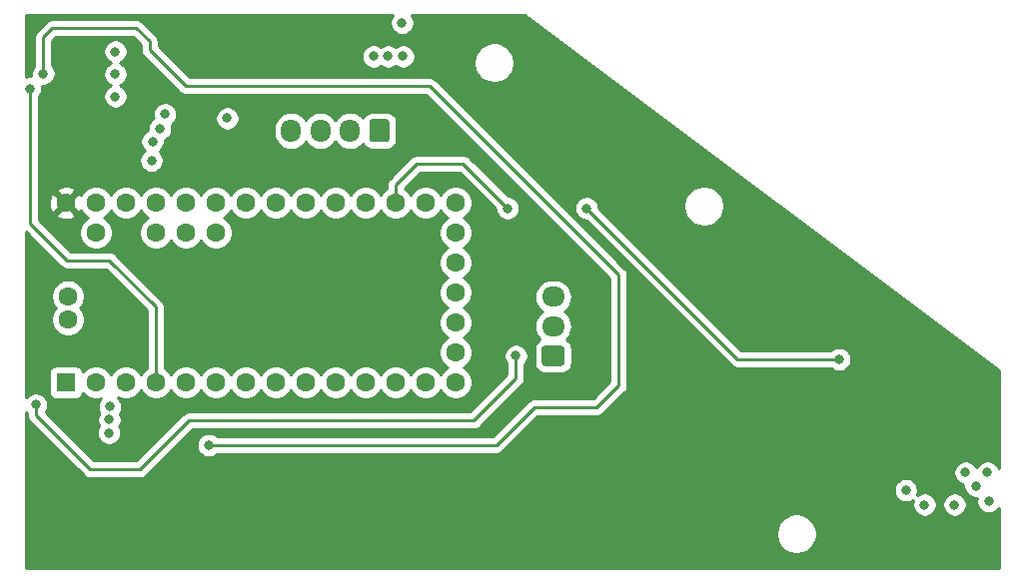
<source format=gbr>
%TF.GenerationSoftware,KiCad,Pcbnew,(5.1.10)-1*%
%TF.CreationDate,2022-10-29T14:49:15-06:00*%
%TF.ProjectId,MainBoard,4d61696e-426f-4617-9264-2e6b69636164,rev?*%
%TF.SameCoordinates,Original*%
%TF.FileFunction,Copper,L4,Bot*%
%TF.FilePolarity,Positive*%
%FSLAX46Y46*%
G04 Gerber Fmt 4.6, Leading zero omitted, Abs format (unit mm)*
G04 Created by KiCad (PCBNEW (5.1.10)-1) date 2022-10-29 14:49:15*
%MOMM*%
%LPD*%
G01*
G04 APERTURE LIST*
%TA.AperFunction,ComponentPad*%
%ADD10O,1.950000X1.700000*%
%TD*%
%TA.AperFunction,ComponentPad*%
%ADD11O,1.700000X1.950000*%
%TD*%
%TA.AperFunction,ComponentPad*%
%ADD12C,1.600000*%
%TD*%
%TA.AperFunction,ComponentPad*%
%ADD13R,1.600000X1.600000*%
%TD*%
%TA.AperFunction,ViaPad*%
%ADD14C,0.800000*%
%TD*%
%TA.AperFunction,Conductor*%
%ADD15C,0.250000*%
%TD*%
%TA.AperFunction,Conductor*%
%ADD16C,0.254000*%
%TD*%
%TA.AperFunction,Conductor*%
%ADD17C,0.100000*%
%TD*%
G04 APERTURE END LIST*
D10*
%TO.P,J4,3*%
%TO.N,GND*%
X70764400Y-50016400D03*
%TO.P,J4,2*%
%TO.N,+3V3*%
X70764400Y-52516400D03*
%TO.P,J4,1*%
%TO.N,/Environmental Sensors/GP1818MK_TX*%
%TA.AperFunction,ComponentPad*%
G36*
G01*
X71489400Y-55866400D02*
X70039400Y-55866400D01*
G75*
G02*
X69789400Y-55616400I0J250000D01*
G01*
X69789400Y-54416400D01*
G75*
G02*
X70039400Y-54166400I250000J0D01*
G01*
X71489400Y-54166400D01*
G75*
G02*
X71739400Y-54416400I0J-250000D01*
G01*
X71739400Y-55616400D01*
G75*
G02*
X71489400Y-55866400I-250000J0D01*
G01*
G37*
%TD.AperFunction*%
%TD*%
D11*
%TO.P,J5,4*%
%TO.N,/Environmental Sensors/SCL*%
X48543200Y-35915600D03*
%TO.P,J5,3*%
%TO.N,GND*%
X51043200Y-35915600D03*
%TO.P,J5,2*%
%TO.N,/Environmental Sensors/SDA*%
X53543200Y-35915600D03*
%TO.P,J5,1*%
%TO.N,+3V3*%
%TA.AperFunction,ComponentPad*%
G36*
G01*
X56893200Y-35190600D02*
X56893200Y-36640600D01*
G75*
G02*
X56643200Y-36890600I-250000J0D01*
G01*
X55443200Y-36890600D01*
G75*
G02*
X55193200Y-36640600I0J250000D01*
G01*
X55193200Y-35190600D01*
G75*
G02*
X55443200Y-34940600I250000J0D01*
G01*
X56643200Y-34940600D01*
G75*
G02*
X56893200Y-35190600I0J-250000D01*
G01*
G37*
%TD.AperFunction*%
%TD*%
D12*
%TO.P,U1,39*%
%TO.N,Net-(U1-Pad39)*%
X29641800Y-51943000D03*
%TO.P,U1,40*%
%TO.N,Net-(U1-Pad40)*%
X29641800Y-49961800D03*
D13*
%TO.P,U1,1*%
%TO.N,GND*%
X29464000Y-57277000D03*
D12*
%TO.P,U1,2*%
%TO.N,/Environmental Sensors/GP1818MK_TX*%
X32004000Y-57277000D03*
%TO.P,U1,3*%
%TO.N,Net-(U1-Pad3)*%
X34544000Y-57277000D03*
%TO.P,U1,4*%
%TO.N,/Teensy LC/CHG_STAT*%
X37084000Y-57277000D03*
%TO.P,U1,5*%
%TO.N,/BiasSet/BIAS_SET_IN*%
X39624000Y-57277000D03*
%TO.P,U1,6*%
%TO.N,Net-(U1-Pad6)*%
X42164000Y-57277000D03*
%TO.P,U1,7*%
%TO.N,Net-(U1-Pad7)*%
X44704000Y-57277000D03*
%TO.P,U1,8*%
%TO.N,Net-(U1-Pad8)*%
X47244000Y-57277000D03*
%TO.P,U1,9*%
%TO.N,Net-(U1-Pad9)*%
X49784000Y-57277000D03*
%TO.P,U1,10*%
%TO.N,Net-(U1-Pad10)*%
X52324000Y-57277000D03*
%TO.P,U1,11*%
%TO.N,Net-(U1-Pad11)*%
X54864000Y-57277000D03*
%TO.P,U1,12*%
%TO.N,/Teensy LC/CS*%
X57404000Y-57277000D03*
%TO.P,U1,13*%
%TO.N,/Teensy LC/DO*%
X59944000Y-57277000D03*
%TO.P,U1,37*%
%TO.N,Net-(U1-Pad37)*%
X42164000Y-44577000D03*
%TO.P,U1,36*%
%TO.N,Net-(U1-Pad36)*%
X39624000Y-44577000D03*
%TO.P,U1,35*%
%TO.N,Net-(U1-Pad35)*%
X37084000Y-44577000D03*
%TO.P,U1,34*%
%TO.N,Net-(U1-Pad34)*%
X32004000Y-44577000D03*
%TO.P,U1,33*%
%TO.N,+5V*%
X29464000Y-42037000D03*
%TO.P,U1,32*%
%TO.N,GND*%
X32004000Y-42037000D03*
%TO.P,U1,31*%
%TO.N,+3V3*%
X34544000Y-42037000D03*
%TO.P,U1,30*%
%TO.N,/Teensy LC/BTN1*%
X37084000Y-42037000D03*
%TO.P,U1,29*%
%TO.N,/Teensy LC/BTN2*%
X39624000Y-42037000D03*
%TO.P,U1,28*%
%TO.N,/Teensy LC/BTN3*%
X42164000Y-42037000D03*
%TO.P,U1,27*%
%TO.N,/Teensy LC/BTN4*%
X44704000Y-42037000D03*
%TO.P,U1,26*%
%TO.N,/Environmental Sensors/SCL*%
X47244000Y-42037000D03*
%TO.P,U1,25*%
%TO.N,/Environmental Sensors/SDA*%
X49784000Y-42037000D03*
%TO.P,U1,24*%
%TO.N,Net-(U1-Pad24)*%
X52324000Y-42037000D03*
%TO.P,U1,23*%
%TO.N,Net-(U1-Pad23)*%
X54864000Y-42037000D03*
%TO.P,U1,22*%
%TO.N,/ADC Preprocessing/MUON_PULSE*%
X57404000Y-42037000D03*
%TO.P,U1,21*%
%TO.N,/ADC Preprocessing/PRESSURE_SENSE*%
X59944000Y-42037000D03*
%TO.P,U1,14*%
%TO.N,/Teensy LC/DI*%
X62484000Y-57277000D03*
%TO.P,U1,15*%
%TO.N,Net-(U1-Pad15)*%
X62484000Y-54737000D03*
%TO.P,U1,16*%
%TO.N,+3V3*%
X62484000Y-52197000D03*
%TO.P,U1,20*%
%TO.N,/Teensy LC/SCLK*%
X62484000Y-42037000D03*
%TO.P,U1,19*%
%TO.N,Net-(U1-Pad19)*%
X62484000Y-44577000D03*
%TO.P,U1,18*%
%TO.N,Net-(U1-Pad18)*%
X62484000Y-47117000D03*
%TO.P,U1,17*%
%TO.N,GND*%
X62484000Y-49657000D03*
%TD*%
D14*
%TO.N,GND*%
X33655000Y-29210000D03*
X33655000Y-31115000D03*
X33655000Y-33020000D03*
X43140000Y-34863400D03*
X105714800Y-64922400D03*
X107569000Y-64922400D03*
X106578400Y-66040000D03*
X107670600Y-67360800D03*
X100660200Y-66421000D03*
X102235000Y-67640200D03*
X104775000Y-67640200D03*
%TO.N,+3V3*%
X57962800Y-26771600D03*
X58039000Y-29616400D03*
X55549800Y-29616400D03*
X56769000Y-29616400D03*
X37871400Y-34518600D03*
X36804600Y-36830000D03*
X37439600Y-35737800D03*
X36728400Y-38455600D03*
X33197800Y-59334400D03*
X33147000Y-60426600D03*
X33121600Y-61544200D03*
%TO.N,/ADC Preprocessing/MUON_PULSE*%
X94996000Y-55295800D03*
X73609200Y-42494200D03*
X66903600Y-42494200D03*
%TO.N,/BiasSet/BIAS_SET_OUT*%
X41568600Y-62596800D03*
X27559000Y-31064200D03*
%TO.N,/Teensy LC/CHG_STAT*%
X26416000Y-32334200D03*
%TO.N,/Environmental Sensors/GP1818MK_TX*%
X67614800Y-55016400D03*
X26924000Y-59156600D03*
%TO.N,+5V*%
X86868000Y-56769000D03*
X66040000Y-71983600D03*
X68122800Y-71018400D03*
X69900800Y-72263000D03*
X71221600Y-70789800D03*
X72491600Y-72136000D03*
X73050400Y-70256400D03*
X50825400Y-64871600D03*
X32588200Y-66497200D03*
X64846200Y-70561200D03*
%TD*%
D15*
%TO.N,/ADC Preprocessing/MUON_PULSE*%
X94996000Y-55295800D02*
X86410800Y-55295800D01*
X86410800Y-55295800D02*
X73609200Y-42494200D01*
X73609200Y-42494200D02*
X73609200Y-42494200D01*
X57404000Y-40513000D02*
X57404000Y-42037000D01*
X59207400Y-38709600D02*
X57404000Y-40513000D01*
X63119000Y-38709600D02*
X59207400Y-38709600D01*
X66903600Y-42494200D02*
X63119000Y-38709600D01*
%TO.N,/BiasSet/BIAS_SET_OUT*%
X41568600Y-62596800D02*
X65952600Y-62596800D01*
X65952600Y-62596800D02*
X69164200Y-59385200D01*
X69164200Y-59385200D02*
X74472800Y-59385200D01*
X74472800Y-59385200D02*
X76327000Y-57531000D01*
X76327000Y-57531000D02*
X76327000Y-48158400D01*
X76327000Y-48158400D02*
X60299600Y-32131000D01*
X60299600Y-32131000D02*
X39624000Y-32131000D01*
X39624000Y-32131000D02*
X36550600Y-29057600D01*
X36550600Y-29057600D02*
X36550600Y-28346400D01*
X36550600Y-28346400D02*
X35433000Y-27228800D01*
X35433000Y-27228800D02*
X28321000Y-27228800D01*
X28321000Y-27228800D02*
X27559000Y-27990800D01*
X27559000Y-27990800D02*
X27559000Y-31064200D01*
X27559000Y-31064200D02*
X27559000Y-31064200D01*
%TO.N,/Teensy LC/CHG_STAT*%
X37084000Y-57277000D02*
X37084000Y-50850800D01*
X37084000Y-50850800D02*
X33147000Y-46913800D01*
X33147000Y-46913800D02*
X29565600Y-46913800D01*
X29565600Y-46913800D02*
X26416000Y-43764200D01*
X26416000Y-43764200D02*
X26416000Y-32334200D01*
X26416000Y-32334200D02*
X26416000Y-32334200D01*
%TO.N,/Environmental Sensors/GP1818MK_TX*%
X26924000Y-59156600D02*
X26924000Y-60045600D01*
X26924000Y-60045600D02*
X31546800Y-64668400D01*
X31546800Y-64668400D02*
X35737800Y-64668400D01*
X35737800Y-64668400D02*
X39903400Y-60502800D01*
X39903400Y-60502800D02*
X64033400Y-60502800D01*
X67614800Y-56921400D02*
X67614800Y-55016400D01*
X64033400Y-60502800D02*
X67614800Y-56921400D01*
%TD*%
D16*
%TO.N,+5V*%
X57158863Y-26111826D02*
X57045595Y-26281344D01*
X56967574Y-26469702D01*
X56927800Y-26669661D01*
X56927800Y-26873539D01*
X56967574Y-27073498D01*
X57045595Y-27261856D01*
X57158863Y-27431374D01*
X57303026Y-27575537D01*
X57472544Y-27688805D01*
X57660902Y-27766826D01*
X57860861Y-27806600D01*
X58064739Y-27806600D01*
X58264698Y-27766826D01*
X58453056Y-27688805D01*
X58622574Y-27575537D01*
X58766737Y-27431374D01*
X58880005Y-27261856D01*
X58958026Y-27073498D01*
X58997800Y-26873539D01*
X58997800Y-26669661D01*
X58958026Y-26469702D01*
X58880005Y-26281344D01*
X58766737Y-26111826D01*
X58739911Y-26085000D01*
X68351668Y-26085000D01*
X108535000Y-56222500D01*
X108535000Y-64549946D01*
X108486205Y-64432144D01*
X108372937Y-64262626D01*
X108228774Y-64118463D01*
X108059256Y-64005195D01*
X107870898Y-63927174D01*
X107670939Y-63887400D01*
X107467061Y-63887400D01*
X107267102Y-63927174D01*
X107078744Y-64005195D01*
X106909226Y-64118463D01*
X106765063Y-64262626D01*
X106651795Y-64432144D01*
X106641900Y-64456032D01*
X106632005Y-64432144D01*
X106518737Y-64262626D01*
X106374574Y-64118463D01*
X106205056Y-64005195D01*
X106016698Y-63927174D01*
X105816739Y-63887400D01*
X105612861Y-63887400D01*
X105412902Y-63927174D01*
X105224544Y-64005195D01*
X105055026Y-64118463D01*
X104910863Y-64262626D01*
X104797595Y-64432144D01*
X104719574Y-64620502D01*
X104679800Y-64820461D01*
X104679800Y-65024339D01*
X104719574Y-65224298D01*
X104797595Y-65412656D01*
X104910863Y-65582174D01*
X105055026Y-65726337D01*
X105224544Y-65839605D01*
X105412902Y-65917626D01*
X105543400Y-65943583D01*
X105543400Y-66141939D01*
X105583174Y-66341898D01*
X105661195Y-66530256D01*
X105774463Y-66699774D01*
X105918626Y-66843937D01*
X106088144Y-66957205D01*
X106276502Y-67035226D01*
X106476461Y-67075000D01*
X106672172Y-67075000D01*
X106635600Y-67258861D01*
X106635600Y-67462739D01*
X106675374Y-67662698D01*
X106753395Y-67851056D01*
X106866663Y-68020574D01*
X107010826Y-68164737D01*
X107180344Y-68278005D01*
X107368702Y-68356026D01*
X107568661Y-68395800D01*
X107772539Y-68395800D01*
X107972498Y-68356026D01*
X108160856Y-68278005D01*
X108330374Y-68164737D01*
X108474537Y-68020574D01*
X108535001Y-67930083D01*
X108535001Y-72975000D01*
X26085000Y-72975000D01*
X26085000Y-69933117D01*
X89654200Y-69933117D01*
X89654200Y-70274883D01*
X89720875Y-70610081D01*
X89851663Y-70925831D01*
X90041537Y-71209998D01*
X90283202Y-71451663D01*
X90567369Y-71641537D01*
X90883119Y-71772325D01*
X91218317Y-71839000D01*
X91560083Y-71839000D01*
X91895281Y-71772325D01*
X92211031Y-71641537D01*
X92495198Y-71451663D01*
X92736863Y-71209998D01*
X92926737Y-70925831D01*
X93057525Y-70610081D01*
X93124200Y-70274883D01*
X93124200Y-69933117D01*
X93057525Y-69597919D01*
X92926737Y-69282169D01*
X92736863Y-68998002D01*
X92495198Y-68756337D01*
X92211031Y-68566463D01*
X91895281Y-68435675D01*
X91560083Y-68369000D01*
X91218317Y-68369000D01*
X90883119Y-68435675D01*
X90567369Y-68566463D01*
X90283202Y-68756337D01*
X90041537Y-68998002D01*
X89851663Y-69282169D01*
X89720875Y-69597919D01*
X89654200Y-69933117D01*
X26085000Y-69933117D01*
X26085000Y-66319061D01*
X99625200Y-66319061D01*
X99625200Y-66522939D01*
X99664974Y-66722898D01*
X99742995Y-66911256D01*
X99856263Y-67080774D01*
X100000426Y-67224937D01*
X100169944Y-67338205D01*
X100358302Y-67416226D01*
X100558261Y-67456000D01*
X100762139Y-67456000D01*
X100962098Y-67416226D01*
X101150456Y-67338205D01*
X101274010Y-67255649D01*
X101239774Y-67338302D01*
X101200000Y-67538261D01*
X101200000Y-67742139D01*
X101239774Y-67942098D01*
X101317795Y-68130456D01*
X101431063Y-68299974D01*
X101575226Y-68444137D01*
X101744744Y-68557405D01*
X101933102Y-68635426D01*
X102133061Y-68675200D01*
X102336939Y-68675200D01*
X102536898Y-68635426D01*
X102725256Y-68557405D01*
X102894774Y-68444137D01*
X103038937Y-68299974D01*
X103152205Y-68130456D01*
X103230226Y-67942098D01*
X103270000Y-67742139D01*
X103270000Y-67538261D01*
X103740000Y-67538261D01*
X103740000Y-67742139D01*
X103779774Y-67942098D01*
X103857795Y-68130456D01*
X103971063Y-68299974D01*
X104115226Y-68444137D01*
X104284744Y-68557405D01*
X104473102Y-68635426D01*
X104673061Y-68675200D01*
X104876939Y-68675200D01*
X105076898Y-68635426D01*
X105265256Y-68557405D01*
X105434774Y-68444137D01*
X105578937Y-68299974D01*
X105692205Y-68130456D01*
X105770226Y-67942098D01*
X105810000Y-67742139D01*
X105810000Y-67538261D01*
X105770226Y-67338302D01*
X105692205Y-67149944D01*
X105578937Y-66980426D01*
X105434774Y-66836263D01*
X105265256Y-66722995D01*
X105076898Y-66644974D01*
X104876939Y-66605200D01*
X104673061Y-66605200D01*
X104473102Y-66644974D01*
X104284744Y-66722995D01*
X104115226Y-66836263D01*
X103971063Y-66980426D01*
X103857795Y-67149944D01*
X103779774Y-67338302D01*
X103740000Y-67538261D01*
X103270000Y-67538261D01*
X103230226Y-67338302D01*
X103152205Y-67149944D01*
X103038937Y-66980426D01*
X102894774Y-66836263D01*
X102725256Y-66722995D01*
X102536898Y-66644974D01*
X102336939Y-66605200D01*
X102133061Y-66605200D01*
X101933102Y-66644974D01*
X101744744Y-66722995D01*
X101621190Y-66805551D01*
X101655426Y-66722898D01*
X101695200Y-66522939D01*
X101695200Y-66319061D01*
X101655426Y-66119102D01*
X101577405Y-65930744D01*
X101464137Y-65761226D01*
X101319974Y-65617063D01*
X101150456Y-65503795D01*
X100962098Y-65425774D01*
X100762139Y-65386000D01*
X100558261Y-65386000D01*
X100358302Y-65425774D01*
X100169944Y-65503795D01*
X100000426Y-65617063D01*
X99856263Y-65761226D01*
X99742995Y-65930744D01*
X99664974Y-66119102D01*
X99625200Y-66319061D01*
X26085000Y-66319061D01*
X26085000Y-59763898D01*
X26120063Y-59816374D01*
X26164000Y-59860311D01*
X26164000Y-60008278D01*
X26160324Y-60045600D01*
X26164000Y-60082922D01*
X26164000Y-60082933D01*
X26174998Y-60194586D01*
X26179842Y-60210554D01*
X26218454Y-60337846D01*
X26289026Y-60469876D01*
X26321299Y-60509200D01*
X26384000Y-60585601D01*
X26412998Y-60609399D01*
X30983005Y-65179408D01*
X31006799Y-65208401D01*
X31035792Y-65232195D01*
X31035796Y-65232199D01*
X31106485Y-65290211D01*
X31122524Y-65303374D01*
X31254553Y-65373946D01*
X31397814Y-65417403D01*
X31509467Y-65428400D01*
X31509476Y-65428400D01*
X31546799Y-65432076D01*
X31584122Y-65428400D01*
X35700478Y-65428400D01*
X35737800Y-65432076D01*
X35775122Y-65428400D01*
X35775133Y-65428400D01*
X35886786Y-65417403D01*
X36030047Y-65373946D01*
X36162076Y-65303374D01*
X36277801Y-65208401D01*
X36301604Y-65179397D01*
X40218202Y-61262800D01*
X63996078Y-61262800D01*
X64033400Y-61266476D01*
X64070722Y-61262800D01*
X64070733Y-61262800D01*
X64182386Y-61251803D01*
X64325647Y-61208346D01*
X64457676Y-61137774D01*
X64573401Y-61042801D01*
X64597204Y-61013797D01*
X68125809Y-57485194D01*
X68154801Y-57461401D01*
X68178595Y-57432408D01*
X68178599Y-57432404D01*
X68249773Y-57345677D01*
X68249774Y-57345676D01*
X68320346Y-57213647D01*
X68363803Y-57070386D01*
X68374800Y-56958733D01*
X68374800Y-56958724D01*
X68378476Y-56921401D01*
X68374800Y-56884078D01*
X68374800Y-55720111D01*
X68418737Y-55676174D01*
X68532005Y-55506656D01*
X68610026Y-55318298D01*
X68649800Y-55118339D01*
X68649800Y-54914461D01*
X68610026Y-54714502D01*
X68532005Y-54526144D01*
X68418737Y-54356626D01*
X68274574Y-54212463D01*
X68105056Y-54099195D01*
X67916698Y-54021174D01*
X67716739Y-53981400D01*
X67512861Y-53981400D01*
X67312902Y-54021174D01*
X67124544Y-54099195D01*
X66955026Y-54212463D01*
X66810863Y-54356626D01*
X66697595Y-54526144D01*
X66619574Y-54714502D01*
X66579800Y-54914461D01*
X66579800Y-55118339D01*
X66619574Y-55318298D01*
X66697595Y-55506656D01*
X66810863Y-55676174D01*
X66854801Y-55720112D01*
X66854800Y-56606597D01*
X63718599Y-59742800D01*
X39940722Y-59742800D01*
X39903399Y-59739124D01*
X39866077Y-59742800D01*
X39866067Y-59742800D01*
X39754414Y-59753797D01*
X39611153Y-59797254D01*
X39479123Y-59867826D01*
X39444044Y-59896615D01*
X39363399Y-59962799D01*
X39339601Y-59991797D01*
X35422999Y-63908400D01*
X31861603Y-63908400D01*
X27744615Y-59791414D01*
X27841205Y-59646856D01*
X27919226Y-59458498D01*
X27959000Y-59258539D01*
X27959000Y-59054661D01*
X27919226Y-58854702D01*
X27841205Y-58666344D01*
X27727937Y-58496826D01*
X27583774Y-58352663D01*
X27414256Y-58239395D01*
X27225898Y-58161374D01*
X27025939Y-58121600D01*
X26822061Y-58121600D01*
X26622102Y-58161374D01*
X26433744Y-58239395D01*
X26264226Y-58352663D01*
X26120063Y-58496826D01*
X26085000Y-58549302D01*
X26085000Y-49820465D01*
X28206800Y-49820465D01*
X28206800Y-50103135D01*
X28261947Y-50380374D01*
X28370120Y-50641527D01*
X28527163Y-50876559D01*
X28603004Y-50952400D01*
X28527163Y-51028241D01*
X28370120Y-51263273D01*
X28261947Y-51524426D01*
X28206800Y-51801665D01*
X28206800Y-52084335D01*
X28261947Y-52361574D01*
X28370120Y-52622727D01*
X28527163Y-52857759D01*
X28727041Y-53057637D01*
X28962073Y-53214680D01*
X29223226Y-53322853D01*
X29500465Y-53378000D01*
X29783135Y-53378000D01*
X30060374Y-53322853D01*
X30321527Y-53214680D01*
X30556559Y-53057637D01*
X30756437Y-52857759D01*
X30913480Y-52622727D01*
X31021653Y-52361574D01*
X31076800Y-52084335D01*
X31076800Y-51801665D01*
X31021653Y-51524426D01*
X30913480Y-51263273D01*
X30756437Y-51028241D01*
X30680596Y-50952400D01*
X30756437Y-50876559D01*
X30913480Y-50641527D01*
X31021653Y-50380374D01*
X31076800Y-50103135D01*
X31076800Y-49820465D01*
X31021653Y-49543226D01*
X30913480Y-49282073D01*
X30756437Y-49047041D01*
X30556559Y-48847163D01*
X30321527Y-48690120D01*
X30060374Y-48581947D01*
X29783135Y-48526800D01*
X29500465Y-48526800D01*
X29223226Y-48581947D01*
X28962073Y-48690120D01*
X28727041Y-48847163D01*
X28527163Y-49047041D01*
X28370120Y-49282073D01*
X28261947Y-49543226D01*
X28206800Y-49820465D01*
X26085000Y-49820465D01*
X26085000Y-44508001D01*
X29001800Y-47424802D01*
X29025599Y-47453801D01*
X29054597Y-47477599D01*
X29141323Y-47548774D01*
X29271581Y-47618399D01*
X29273353Y-47619346D01*
X29416614Y-47662803D01*
X29528267Y-47673800D01*
X29528276Y-47673800D01*
X29565599Y-47677476D01*
X29602922Y-47673800D01*
X32832199Y-47673800D01*
X36324001Y-51165603D01*
X36324000Y-56058956D01*
X36169241Y-56162363D01*
X35969363Y-56362241D01*
X35814000Y-56594759D01*
X35658637Y-56362241D01*
X35458759Y-56162363D01*
X35223727Y-56005320D01*
X34962574Y-55897147D01*
X34685335Y-55842000D01*
X34402665Y-55842000D01*
X34125426Y-55897147D01*
X33864273Y-56005320D01*
X33629241Y-56162363D01*
X33429363Y-56362241D01*
X33274000Y-56594759D01*
X33118637Y-56362241D01*
X32918759Y-56162363D01*
X32683727Y-56005320D01*
X32422574Y-55897147D01*
X32145335Y-55842000D01*
X31862665Y-55842000D01*
X31585426Y-55897147D01*
X31324273Y-56005320D01*
X31089241Y-56162363D01*
X30890643Y-56360961D01*
X30889812Y-56352518D01*
X30853502Y-56232820D01*
X30794537Y-56122506D01*
X30715185Y-56025815D01*
X30618494Y-55946463D01*
X30508180Y-55887498D01*
X30388482Y-55851188D01*
X30264000Y-55838928D01*
X28664000Y-55838928D01*
X28539518Y-55851188D01*
X28419820Y-55887498D01*
X28309506Y-55946463D01*
X28212815Y-56025815D01*
X28133463Y-56122506D01*
X28074498Y-56232820D01*
X28038188Y-56352518D01*
X28025928Y-56477000D01*
X28025928Y-58077000D01*
X28038188Y-58201482D01*
X28074498Y-58321180D01*
X28133463Y-58431494D01*
X28212815Y-58528185D01*
X28309506Y-58607537D01*
X28419820Y-58666502D01*
X28539518Y-58702812D01*
X28664000Y-58715072D01*
X30264000Y-58715072D01*
X30388482Y-58702812D01*
X30508180Y-58666502D01*
X30618494Y-58607537D01*
X30715185Y-58528185D01*
X30794537Y-58431494D01*
X30853502Y-58321180D01*
X30889812Y-58201482D01*
X30890643Y-58193039D01*
X31089241Y-58391637D01*
X31324273Y-58548680D01*
X31585426Y-58656853D01*
X31862665Y-58712000D01*
X32145335Y-58712000D01*
X32408920Y-58659569D01*
X32393863Y-58674626D01*
X32280595Y-58844144D01*
X32202574Y-59032502D01*
X32162800Y-59232461D01*
X32162800Y-59436339D01*
X32202574Y-59636298D01*
X32280595Y-59824656D01*
X32292509Y-59842486D01*
X32229795Y-59936344D01*
X32151774Y-60124702D01*
X32112000Y-60324661D01*
X32112000Y-60528539D01*
X32151774Y-60728498D01*
X32229795Y-60916856D01*
X32262895Y-60966393D01*
X32204395Y-61053944D01*
X32126374Y-61242302D01*
X32086600Y-61442261D01*
X32086600Y-61646139D01*
X32126374Y-61846098D01*
X32204395Y-62034456D01*
X32317663Y-62203974D01*
X32461826Y-62348137D01*
X32631344Y-62461405D01*
X32819702Y-62539426D01*
X33019661Y-62579200D01*
X33223539Y-62579200D01*
X33423498Y-62539426D01*
X33611856Y-62461405D01*
X33781374Y-62348137D01*
X33925537Y-62203974D01*
X34038805Y-62034456D01*
X34116826Y-61846098D01*
X34156600Y-61646139D01*
X34156600Y-61442261D01*
X34116826Y-61242302D01*
X34038805Y-61053944D01*
X34005705Y-61004407D01*
X34064205Y-60916856D01*
X34142226Y-60728498D01*
X34182000Y-60528539D01*
X34182000Y-60324661D01*
X34142226Y-60124702D01*
X34064205Y-59936344D01*
X34052291Y-59918514D01*
X34115005Y-59824656D01*
X34193026Y-59636298D01*
X34232800Y-59436339D01*
X34232800Y-59232461D01*
X34193026Y-59032502D01*
X34115005Y-58844144D01*
X34001737Y-58674626D01*
X33883935Y-58556824D01*
X34125426Y-58656853D01*
X34402665Y-58712000D01*
X34685335Y-58712000D01*
X34962574Y-58656853D01*
X35223727Y-58548680D01*
X35458759Y-58391637D01*
X35658637Y-58191759D01*
X35814000Y-57959241D01*
X35969363Y-58191759D01*
X36169241Y-58391637D01*
X36404273Y-58548680D01*
X36665426Y-58656853D01*
X36942665Y-58712000D01*
X37225335Y-58712000D01*
X37502574Y-58656853D01*
X37763727Y-58548680D01*
X37998759Y-58391637D01*
X38198637Y-58191759D01*
X38354000Y-57959241D01*
X38509363Y-58191759D01*
X38709241Y-58391637D01*
X38944273Y-58548680D01*
X39205426Y-58656853D01*
X39482665Y-58712000D01*
X39765335Y-58712000D01*
X40042574Y-58656853D01*
X40303727Y-58548680D01*
X40538759Y-58391637D01*
X40738637Y-58191759D01*
X40894000Y-57959241D01*
X41049363Y-58191759D01*
X41249241Y-58391637D01*
X41484273Y-58548680D01*
X41745426Y-58656853D01*
X42022665Y-58712000D01*
X42305335Y-58712000D01*
X42582574Y-58656853D01*
X42843727Y-58548680D01*
X43078759Y-58391637D01*
X43278637Y-58191759D01*
X43434000Y-57959241D01*
X43589363Y-58191759D01*
X43789241Y-58391637D01*
X44024273Y-58548680D01*
X44285426Y-58656853D01*
X44562665Y-58712000D01*
X44845335Y-58712000D01*
X45122574Y-58656853D01*
X45383727Y-58548680D01*
X45618759Y-58391637D01*
X45818637Y-58191759D01*
X45974000Y-57959241D01*
X46129363Y-58191759D01*
X46329241Y-58391637D01*
X46564273Y-58548680D01*
X46825426Y-58656853D01*
X47102665Y-58712000D01*
X47385335Y-58712000D01*
X47662574Y-58656853D01*
X47923727Y-58548680D01*
X48158759Y-58391637D01*
X48358637Y-58191759D01*
X48514000Y-57959241D01*
X48669363Y-58191759D01*
X48869241Y-58391637D01*
X49104273Y-58548680D01*
X49365426Y-58656853D01*
X49642665Y-58712000D01*
X49925335Y-58712000D01*
X50202574Y-58656853D01*
X50463727Y-58548680D01*
X50698759Y-58391637D01*
X50898637Y-58191759D01*
X51054000Y-57959241D01*
X51209363Y-58191759D01*
X51409241Y-58391637D01*
X51644273Y-58548680D01*
X51905426Y-58656853D01*
X52182665Y-58712000D01*
X52465335Y-58712000D01*
X52742574Y-58656853D01*
X53003727Y-58548680D01*
X53238759Y-58391637D01*
X53438637Y-58191759D01*
X53594000Y-57959241D01*
X53749363Y-58191759D01*
X53949241Y-58391637D01*
X54184273Y-58548680D01*
X54445426Y-58656853D01*
X54722665Y-58712000D01*
X55005335Y-58712000D01*
X55282574Y-58656853D01*
X55543727Y-58548680D01*
X55778759Y-58391637D01*
X55978637Y-58191759D01*
X56134000Y-57959241D01*
X56289363Y-58191759D01*
X56489241Y-58391637D01*
X56724273Y-58548680D01*
X56985426Y-58656853D01*
X57262665Y-58712000D01*
X57545335Y-58712000D01*
X57822574Y-58656853D01*
X58083727Y-58548680D01*
X58318759Y-58391637D01*
X58518637Y-58191759D01*
X58674000Y-57959241D01*
X58829363Y-58191759D01*
X59029241Y-58391637D01*
X59264273Y-58548680D01*
X59525426Y-58656853D01*
X59802665Y-58712000D01*
X60085335Y-58712000D01*
X60362574Y-58656853D01*
X60623727Y-58548680D01*
X60858759Y-58391637D01*
X61058637Y-58191759D01*
X61214000Y-57959241D01*
X61369363Y-58191759D01*
X61569241Y-58391637D01*
X61804273Y-58548680D01*
X62065426Y-58656853D01*
X62342665Y-58712000D01*
X62625335Y-58712000D01*
X62902574Y-58656853D01*
X63163727Y-58548680D01*
X63398759Y-58391637D01*
X63598637Y-58191759D01*
X63755680Y-57956727D01*
X63863853Y-57695574D01*
X63919000Y-57418335D01*
X63919000Y-57135665D01*
X63863853Y-56858426D01*
X63755680Y-56597273D01*
X63598637Y-56362241D01*
X63398759Y-56162363D01*
X63166241Y-56007000D01*
X63398759Y-55851637D01*
X63598637Y-55651759D01*
X63755680Y-55416727D01*
X63863853Y-55155574D01*
X63919000Y-54878335D01*
X63919000Y-54595665D01*
X63863853Y-54318426D01*
X63755680Y-54057273D01*
X63598637Y-53822241D01*
X63398759Y-53622363D01*
X63166241Y-53467000D01*
X63398759Y-53311637D01*
X63598637Y-53111759D01*
X63755680Y-52876727D01*
X63863853Y-52615574D01*
X63919000Y-52338335D01*
X63919000Y-52055665D01*
X63863853Y-51778426D01*
X63755680Y-51517273D01*
X63598637Y-51282241D01*
X63398759Y-51082363D01*
X63166241Y-50927000D01*
X63398759Y-50771637D01*
X63598637Y-50571759D01*
X63755680Y-50336727D01*
X63863853Y-50075574D01*
X63875623Y-50016400D01*
X69147215Y-50016400D01*
X69175887Y-50307511D01*
X69260801Y-50587434D01*
X69398694Y-50845414D01*
X69584266Y-51071534D01*
X69810386Y-51257106D01*
X69827774Y-51266400D01*
X69810386Y-51275694D01*
X69584266Y-51461266D01*
X69398694Y-51687386D01*
X69260801Y-51945366D01*
X69175887Y-52225289D01*
X69147215Y-52516400D01*
X69175887Y-52807511D01*
X69260801Y-53087434D01*
X69398694Y-53345414D01*
X69584266Y-53571534D01*
X69647737Y-53623623D01*
X69546014Y-53677995D01*
X69411438Y-53788438D01*
X69300995Y-53923014D01*
X69218928Y-54076550D01*
X69168392Y-54243146D01*
X69151328Y-54416400D01*
X69151328Y-55616400D01*
X69168392Y-55789654D01*
X69218928Y-55956250D01*
X69300995Y-56109786D01*
X69411438Y-56244362D01*
X69546014Y-56354805D01*
X69699550Y-56436872D01*
X69866146Y-56487408D01*
X70039400Y-56504472D01*
X71489400Y-56504472D01*
X71662654Y-56487408D01*
X71829250Y-56436872D01*
X71982786Y-56354805D01*
X72117362Y-56244362D01*
X72227805Y-56109786D01*
X72309872Y-55956250D01*
X72360408Y-55789654D01*
X72377472Y-55616400D01*
X72377472Y-54416400D01*
X72360408Y-54243146D01*
X72309872Y-54076550D01*
X72227805Y-53923014D01*
X72117362Y-53788438D01*
X71982786Y-53677995D01*
X71881063Y-53623623D01*
X71944534Y-53571534D01*
X72130106Y-53345414D01*
X72267999Y-53087434D01*
X72352913Y-52807511D01*
X72381585Y-52516400D01*
X72352913Y-52225289D01*
X72267999Y-51945366D01*
X72130106Y-51687386D01*
X71944534Y-51461266D01*
X71718414Y-51275694D01*
X71701026Y-51266400D01*
X71718414Y-51257106D01*
X71944534Y-51071534D01*
X72130106Y-50845414D01*
X72267999Y-50587434D01*
X72352913Y-50307511D01*
X72381585Y-50016400D01*
X72352913Y-49725289D01*
X72267999Y-49445366D01*
X72130106Y-49187386D01*
X71944534Y-48961266D01*
X71718414Y-48775694D01*
X71460434Y-48637801D01*
X71180511Y-48552887D01*
X70962350Y-48531400D01*
X70566450Y-48531400D01*
X70348289Y-48552887D01*
X70068366Y-48637801D01*
X69810386Y-48775694D01*
X69584266Y-48961266D01*
X69398694Y-49187386D01*
X69260801Y-49445366D01*
X69175887Y-49725289D01*
X69147215Y-50016400D01*
X63875623Y-50016400D01*
X63919000Y-49798335D01*
X63919000Y-49515665D01*
X63863853Y-49238426D01*
X63755680Y-48977273D01*
X63598637Y-48742241D01*
X63398759Y-48542363D01*
X63166241Y-48387000D01*
X63398759Y-48231637D01*
X63598637Y-48031759D01*
X63755680Y-47796727D01*
X63863853Y-47535574D01*
X63919000Y-47258335D01*
X63919000Y-46975665D01*
X63863853Y-46698426D01*
X63755680Y-46437273D01*
X63598637Y-46202241D01*
X63398759Y-46002363D01*
X63166241Y-45847000D01*
X63398759Y-45691637D01*
X63598637Y-45491759D01*
X63755680Y-45256727D01*
X63863853Y-44995574D01*
X63919000Y-44718335D01*
X63919000Y-44435665D01*
X63863853Y-44158426D01*
X63755680Y-43897273D01*
X63598637Y-43662241D01*
X63398759Y-43462363D01*
X63166241Y-43307000D01*
X63398759Y-43151637D01*
X63598637Y-42951759D01*
X63755680Y-42716727D01*
X63863853Y-42455574D01*
X63919000Y-42178335D01*
X63919000Y-41895665D01*
X63863853Y-41618426D01*
X63755680Y-41357273D01*
X63598637Y-41122241D01*
X63398759Y-40922363D01*
X63163727Y-40765320D01*
X62902574Y-40657147D01*
X62625335Y-40602000D01*
X62342665Y-40602000D01*
X62065426Y-40657147D01*
X61804273Y-40765320D01*
X61569241Y-40922363D01*
X61369363Y-41122241D01*
X61214000Y-41354759D01*
X61058637Y-41122241D01*
X60858759Y-40922363D01*
X60623727Y-40765320D01*
X60362574Y-40657147D01*
X60085335Y-40602000D01*
X59802665Y-40602000D01*
X59525426Y-40657147D01*
X59264273Y-40765320D01*
X59029241Y-40922363D01*
X58829363Y-41122241D01*
X58674000Y-41354759D01*
X58518637Y-41122241D01*
X58318759Y-40922363D01*
X58169302Y-40822499D01*
X59522202Y-39469600D01*
X62804199Y-39469600D01*
X65868600Y-42534002D01*
X65868600Y-42596139D01*
X65908374Y-42796098D01*
X65986395Y-42984456D01*
X66099663Y-43153974D01*
X66243826Y-43298137D01*
X66413344Y-43411405D01*
X66601702Y-43489426D01*
X66801661Y-43529200D01*
X67005539Y-43529200D01*
X67205498Y-43489426D01*
X67393856Y-43411405D01*
X67563374Y-43298137D01*
X67707537Y-43153974D01*
X67820805Y-42984456D01*
X67898826Y-42796098D01*
X67938600Y-42596139D01*
X67938600Y-42392261D01*
X67898826Y-42192302D01*
X67820805Y-42003944D01*
X67707537Y-41834426D01*
X67563374Y-41690263D01*
X67393856Y-41576995D01*
X67205498Y-41498974D01*
X67005539Y-41459200D01*
X66943402Y-41459200D01*
X63682804Y-38198603D01*
X63659001Y-38169599D01*
X63543276Y-38074626D01*
X63411247Y-38004054D01*
X63267986Y-37960597D01*
X63156333Y-37949600D01*
X63156322Y-37949600D01*
X63119000Y-37945924D01*
X63081678Y-37949600D01*
X59244725Y-37949600D01*
X59207400Y-37945924D01*
X59170075Y-37949600D01*
X59170067Y-37949600D01*
X59058414Y-37960597D01*
X58915153Y-38004054D01*
X58783124Y-38074626D01*
X58667399Y-38169599D01*
X58643601Y-38198597D01*
X56893003Y-39949196D01*
X56863999Y-39972999D01*
X56808871Y-40040174D01*
X56769026Y-40088724D01*
X56698455Y-40220753D01*
X56698454Y-40220754D01*
X56654997Y-40364015D01*
X56644000Y-40475668D01*
X56644000Y-40475678D01*
X56640324Y-40513000D01*
X56644000Y-40550323D01*
X56644000Y-40818956D01*
X56489241Y-40922363D01*
X56289363Y-41122241D01*
X56134000Y-41354759D01*
X55978637Y-41122241D01*
X55778759Y-40922363D01*
X55543727Y-40765320D01*
X55282574Y-40657147D01*
X55005335Y-40602000D01*
X54722665Y-40602000D01*
X54445426Y-40657147D01*
X54184273Y-40765320D01*
X53949241Y-40922363D01*
X53749363Y-41122241D01*
X53594000Y-41354759D01*
X53438637Y-41122241D01*
X53238759Y-40922363D01*
X53003727Y-40765320D01*
X52742574Y-40657147D01*
X52465335Y-40602000D01*
X52182665Y-40602000D01*
X51905426Y-40657147D01*
X51644273Y-40765320D01*
X51409241Y-40922363D01*
X51209363Y-41122241D01*
X51054000Y-41354759D01*
X50898637Y-41122241D01*
X50698759Y-40922363D01*
X50463727Y-40765320D01*
X50202574Y-40657147D01*
X49925335Y-40602000D01*
X49642665Y-40602000D01*
X49365426Y-40657147D01*
X49104273Y-40765320D01*
X48869241Y-40922363D01*
X48669363Y-41122241D01*
X48514000Y-41354759D01*
X48358637Y-41122241D01*
X48158759Y-40922363D01*
X47923727Y-40765320D01*
X47662574Y-40657147D01*
X47385335Y-40602000D01*
X47102665Y-40602000D01*
X46825426Y-40657147D01*
X46564273Y-40765320D01*
X46329241Y-40922363D01*
X46129363Y-41122241D01*
X45974000Y-41354759D01*
X45818637Y-41122241D01*
X45618759Y-40922363D01*
X45383727Y-40765320D01*
X45122574Y-40657147D01*
X44845335Y-40602000D01*
X44562665Y-40602000D01*
X44285426Y-40657147D01*
X44024273Y-40765320D01*
X43789241Y-40922363D01*
X43589363Y-41122241D01*
X43434000Y-41354759D01*
X43278637Y-41122241D01*
X43078759Y-40922363D01*
X42843727Y-40765320D01*
X42582574Y-40657147D01*
X42305335Y-40602000D01*
X42022665Y-40602000D01*
X41745426Y-40657147D01*
X41484273Y-40765320D01*
X41249241Y-40922363D01*
X41049363Y-41122241D01*
X40894000Y-41354759D01*
X40738637Y-41122241D01*
X40538759Y-40922363D01*
X40303727Y-40765320D01*
X40042574Y-40657147D01*
X39765335Y-40602000D01*
X39482665Y-40602000D01*
X39205426Y-40657147D01*
X38944273Y-40765320D01*
X38709241Y-40922363D01*
X38509363Y-41122241D01*
X38354000Y-41354759D01*
X38198637Y-41122241D01*
X37998759Y-40922363D01*
X37763727Y-40765320D01*
X37502574Y-40657147D01*
X37225335Y-40602000D01*
X36942665Y-40602000D01*
X36665426Y-40657147D01*
X36404273Y-40765320D01*
X36169241Y-40922363D01*
X35969363Y-41122241D01*
X35814000Y-41354759D01*
X35658637Y-41122241D01*
X35458759Y-40922363D01*
X35223727Y-40765320D01*
X34962574Y-40657147D01*
X34685335Y-40602000D01*
X34402665Y-40602000D01*
X34125426Y-40657147D01*
X33864273Y-40765320D01*
X33629241Y-40922363D01*
X33429363Y-41122241D01*
X33274000Y-41354759D01*
X33118637Y-41122241D01*
X32918759Y-40922363D01*
X32683727Y-40765320D01*
X32422574Y-40657147D01*
X32145335Y-40602000D01*
X31862665Y-40602000D01*
X31585426Y-40657147D01*
X31324273Y-40765320D01*
X31089241Y-40922363D01*
X30889363Y-41122241D01*
X30733085Y-41356128D01*
X30700671Y-41295486D01*
X30456702Y-41223903D01*
X29643605Y-42037000D01*
X30456702Y-42850097D01*
X30700671Y-42778514D01*
X30731194Y-42714008D01*
X30732320Y-42716727D01*
X30889363Y-42951759D01*
X31089241Y-43151637D01*
X31321759Y-43307000D01*
X31089241Y-43462363D01*
X30889363Y-43662241D01*
X30732320Y-43897273D01*
X30624147Y-44158426D01*
X30569000Y-44435665D01*
X30569000Y-44718335D01*
X30624147Y-44995574D01*
X30732320Y-45256727D01*
X30889363Y-45491759D01*
X31089241Y-45691637D01*
X31324273Y-45848680D01*
X31585426Y-45956853D01*
X31862665Y-46012000D01*
X32145335Y-46012000D01*
X32422574Y-45956853D01*
X32683727Y-45848680D01*
X32918759Y-45691637D01*
X33118637Y-45491759D01*
X33275680Y-45256727D01*
X33383853Y-44995574D01*
X33439000Y-44718335D01*
X33439000Y-44435665D01*
X33383853Y-44158426D01*
X33275680Y-43897273D01*
X33118637Y-43662241D01*
X32918759Y-43462363D01*
X32686241Y-43307000D01*
X32918759Y-43151637D01*
X33118637Y-42951759D01*
X33274000Y-42719241D01*
X33429363Y-42951759D01*
X33629241Y-43151637D01*
X33864273Y-43308680D01*
X34125426Y-43416853D01*
X34402665Y-43472000D01*
X34685335Y-43472000D01*
X34962574Y-43416853D01*
X35223727Y-43308680D01*
X35458759Y-43151637D01*
X35658637Y-42951759D01*
X35814000Y-42719241D01*
X35969363Y-42951759D01*
X36169241Y-43151637D01*
X36401759Y-43307000D01*
X36169241Y-43462363D01*
X35969363Y-43662241D01*
X35812320Y-43897273D01*
X35704147Y-44158426D01*
X35649000Y-44435665D01*
X35649000Y-44718335D01*
X35704147Y-44995574D01*
X35812320Y-45256727D01*
X35969363Y-45491759D01*
X36169241Y-45691637D01*
X36404273Y-45848680D01*
X36665426Y-45956853D01*
X36942665Y-46012000D01*
X37225335Y-46012000D01*
X37502574Y-45956853D01*
X37763727Y-45848680D01*
X37998759Y-45691637D01*
X38198637Y-45491759D01*
X38354000Y-45259241D01*
X38509363Y-45491759D01*
X38709241Y-45691637D01*
X38944273Y-45848680D01*
X39205426Y-45956853D01*
X39482665Y-46012000D01*
X39765335Y-46012000D01*
X40042574Y-45956853D01*
X40303727Y-45848680D01*
X40538759Y-45691637D01*
X40738637Y-45491759D01*
X40894000Y-45259241D01*
X41049363Y-45491759D01*
X41249241Y-45691637D01*
X41484273Y-45848680D01*
X41745426Y-45956853D01*
X42022665Y-46012000D01*
X42305335Y-46012000D01*
X42582574Y-45956853D01*
X42843727Y-45848680D01*
X43078759Y-45691637D01*
X43278637Y-45491759D01*
X43435680Y-45256727D01*
X43543853Y-44995574D01*
X43599000Y-44718335D01*
X43599000Y-44435665D01*
X43543853Y-44158426D01*
X43435680Y-43897273D01*
X43278637Y-43662241D01*
X43078759Y-43462363D01*
X42846241Y-43307000D01*
X43078759Y-43151637D01*
X43278637Y-42951759D01*
X43434000Y-42719241D01*
X43589363Y-42951759D01*
X43789241Y-43151637D01*
X44024273Y-43308680D01*
X44285426Y-43416853D01*
X44562665Y-43472000D01*
X44845335Y-43472000D01*
X45122574Y-43416853D01*
X45383727Y-43308680D01*
X45618759Y-43151637D01*
X45818637Y-42951759D01*
X45974000Y-42719241D01*
X46129363Y-42951759D01*
X46329241Y-43151637D01*
X46564273Y-43308680D01*
X46825426Y-43416853D01*
X47102665Y-43472000D01*
X47385335Y-43472000D01*
X47662574Y-43416853D01*
X47923727Y-43308680D01*
X48158759Y-43151637D01*
X48358637Y-42951759D01*
X48514000Y-42719241D01*
X48669363Y-42951759D01*
X48869241Y-43151637D01*
X49104273Y-43308680D01*
X49365426Y-43416853D01*
X49642665Y-43472000D01*
X49925335Y-43472000D01*
X50202574Y-43416853D01*
X50463727Y-43308680D01*
X50698759Y-43151637D01*
X50898637Y-42951759D01*
X51054000Y-42719241D01*
X51209363Y-42951759D01*
X51409241Y-43151637D01*
X51644273Y-43308680D01*
X51905426Y-43416853D01*
X52182665Y-43472000D01*
X52465335Y-43472000D01*
X52742574Y-43416853D01*
X53003727Y-43308680D01*
X53238759Y-43151637D01*
X53438637Y-42951759D01*
X53594000Y-42719241D01*
X53749363Y-42951759D01*
X53949241Y-43151637D01*
X54184273Y-43308680D01*
X54445426Y-43416853D01*
X54722665Y-43472000D01*
X55005335Y-43472000D01*
X55282574Y-43416853D01*
X55543727Y-43308680D01*
X55778759Y-43151637D01*
X55978637Y-42951759D01*
X56134000Y-42719241D01*
X56289363Y-42951759D01*
X56489241Y-43151637D01*
X56724273Y-43308680D01*
X56985426Y-43416853D01*
X57262665Y-43472000D01*
X57545335Y-43472000D01*
X57822574Y-43416853D01*
X58083727Y-43308680D01*
X58318759Y-43151637D01*
X58518637Y-42951759D01*
X58674000Y-42719241D01*
X58829363Y-42951759D01*
X59029241Y-43151637D01*
X59264273Y-43308680D01*
X59525426Y-43416853D01*
X59802665Y-43472000D01*
X60085335Y-43472000D01*
X60362574Y-43416853D01*
X60623727Y-43308680D01*
X60858759Y-43151637D01*
X61058637Y-42951759D01*
X61214000Y-42719241D01*
X61369363Y-42951759D01*
X61569241Y-43151637D01*
X61801759Y-43307000D01*
X61569241Y-43462363D01*
X61369363Y-43662241D01*
X61212320Y-43897273D01*
X61104147Y-44158426D01*
X61049000Y-44435665D01*
X61049000Y-44718335D01*
X61104147Y-44995574D01*
X61212320Y-45256727D01*
X61369363Y-45491759D01*
X61569241Y-45691637D01*
X61801759Y-45847000D01*
X61569241Y-46002363D01*
X61369363Y-46202241D01*
X61212320Y-46437273D01*
X61104147Y-46698426D01*
X61049000Y-46975665D01*
X61049000Y-47258335D01*
X61104147Y-47535574D01*
X61212320Y-47796727D01*
X61369363Y-48031759D01*
X61569241Y-48231637D01*
X61801759Y-48387000D01*
X61569241Y-48542363D01*
X61369363Y-48742241D01*
X61212320Y-48977273D01*
X61104147Y-49238426D01*
X61049000Y-49515665D01*
X61049000Y-49798335D01*
X61104147Y-50075574D01*
X61212320Y-50336727D01*
X61369363Y-50571759D01*
X61569241Y-50771637D01*
X61801759Y-50927000D01*
X61569241Y-51082363D01*
X61369363Y-51282241D01*
X61212320Y-51517273D01*
X61104147Y-51778426D01*
X61049000Y-52055665D01*
X61049000Y-52338335D01*
X61104147Y-52615574D01*
X61212320Y-52876727D01*
X61369363Y-53111759D01*
X61569241Y-53311637D01*
X61801759Y-53467000D01*
X61569241Y-53622363D01*
X61369363Y-53822241D01*
X61212320Y-54057273D01*
X61104147Y-54318426D01*
X61049000Y-54595665D01*
X61049000Y-54878335D01*
X61104147Y-55155574D01*
X61212320Y-55416727D01*
X61369363Y-55651759D01*
X61569241Y-55851637D01*
X61801759Y-56007000D01*
X61569241Y-56162363D01*
X61369363Y-56362241D01*
X61214000Y-56594759D01*
X61058637Y-56362241D01*
X60858759Y-56162363D01*
X60623727Y-56005320D01*
X60362574Y-55897147D01*
X60085335Y-55842000D01*
X59802665Y-55842000D01*
X59525426Y-55897147D01*
X59264273Y-56005320D01*
X59029241Y-56162363D01*
X58829363Y-56362241D01*
X58674000Y-56594759D01*
X58518637Y-56362241D01*
X58318759Y-56162363D01*
X58083727Y-56005320D01*
X57822574Y-55897147D01*
X57545335Y-55842000D01*
X57262665Y-55842000D01*
X56985426Y-55897147D01*
X56724273Y-56005320D01*
X56489241Y-56162363D01*
X56289363Y-56362241D01*
X56134000Y-56594759D01*
X55978637Y-56362241D01*
X55778759Y-56162363D01*
X55543727Y-56005320D01*
X55282574Y-55897147D01*
X55005335Y-55842000D01*
X54722665Y-55842000D01*
X54445426Y-55897147D01*
X54184273Y-56005320D01*
X53949241Y-56162363D01*
X53749363Y-56362241D01*
X53594000Y-56594759D01*
X53438637Y-56362241D01*
X53238759Y-56162363D01*
X53003727Y-56005320D01*
X52742574Y-55897147D01*
X52465335Y-55842000D01*
X52182665Y-55842000D01*
X51905426Y-55897147D01*
X51644273Y-56005320D01*
X51409241Y-56162363D01*
X51209363Y-56362241D01*
X51054000Y-56594759D01*
X50898637Y-56362241D01*
X50698759Y-56162363D01*
X50463727Y-56005320D01*
X50202574Y-55897147D01*
X49925335Y-55842000D01*
X49642665Y-55842000D01*
X49365426Y-55897147D01*
X49104273Y-56005320D01*
X48869241Y-56162363D01*
X48669363Y-56362241D01*
X48514000Y-56594759D01*
X48358637Y-56362241D01*
X48158759Y-56162363D01*
X47923727Y-56005320D01*
X47662574Y-55897147D01*
X47385335Y-55842000D01*
X47102665Y-55842000D01*
X46825426Y-55897147D01*
X46564273Y-56005320D01*
X46329241Y-56162363D01*
X46129363Y-56362241D01*
X45974000Y-56594759D01*
X45818637Y-56362241D01*
X45618759Y-56162363D01*
X45383727Y-56005320D01*
X45122574Y-55897147D01*
X44845335Y-55842000D01*
X44562665Y-55842000D01*
X44285426Y-55897147D01*
X44024273Y-56005320D01*
X43789241Y-56162363D01*
X43589363Y-56362241D01*
X43434000Y-56594759D01*
X43278637Y-56362241D01*
X43078759Y-56162363D01*
X42843727Y-56005320D01*
X42582574Y-55897147D01*
X42305335Y-55842000D01*
X42022665Y-55842000D01*
X41745426Y-55897147D01*
X41484273Y-56005320D01*
X41249241Y-56162363D01*
X41049363Y-56362241D01*
X40894000Y-56594759D01*
X40738637Y-56362241D01*
X40538759Y-56162363D01*
X40303727Y-56005320D01*
X40042574Y-55897147D01*
X39765335Y-55842000D01*
X39482665Y-55842000D01*
X39205426Y-55897147D01*
X38944273Y-56005320D01*
X38709241Y-56162363D01*
X38509363Y-56362241D01*
X38354000Y-56594759D01*
X38198637Y-56362241D01*
X37998759Y-56162363D01*
X37844000Y-56058957D01*
X37844000Y-50888125D01*
X37847676Y-50850800D01*
X37844000Y-50813475D01*
X37844000Y-50813467D01*
X37833003Y-50701814D01*
X37789546Y-50558553D01*
X37718974Y-50426524D01*
X37624001Y-50310799D01*
X37595003Y-50287001D01*
X33710804Y-46402803D01*
X33687001Y-46373799D01*
X33571276Y-46278826D01*
X33439247Y-46208254D01*
X33295986Y-46164797D01*
X33184333Y-46153800D01*
X33184322Y-46153800D01*
X33147000Y-46150124D01*
X33109678Y-46153800D01*
X29880402Y-46153800D01*
X27176000Y-43449399D01*
X27176000Y-43029702D01*
X28650903Y-43029702D01*
X28722486Y-43273671D01*
X28977996Y-43394571D01*
X29252184Y-43463300D01*
X29534512Y-43477217D01*
X29814130Y-43435787D01*
X30080292Y-43340603D01*
X30205514Y-43273671D01*
X30277097Y-43029702D01*
X29464000Y-42216605D01*
X28650903Y-43029702D01*
X27176000Y-43029702D01*
X27176000Y-42107512D01*
X28023783Y-42107512D01*
X28065213Y-42387130D01*
X28160397Y-42653292D01*
X28227329Y-42778514D01*
X28471298Y-42850097D01*
X29284395Y-42037000D01*
X28471298Y-41223903D01*
X28227329Y-41295486D01*
X28106429Y-41550996D01*
X28037700Y-41825184D01*
X28023783Y-42107512D01*
X27176000Y-42107512D01*
X27176000Y-41044298D01*
X28650903Y-41044298D01*
X29464000Y-41857395D01*
X30277097Y-41044298D01*
X30205514Y-40800329D01*
X29950004Y-40679429D01*
X29675816Y-40610700D01*
X29393488Y-40596783D01*
X29113870Y-40638213D01*
X28847708Y-40733397D01*
X28722486Y-40800329D01*
X28650903Y-41044298D01*
X27176000Y-41044298D01*
X27176000Y-38353661D01*
X35693400Y-38353661D01*
X35693400Y-38557539D01*
X35733174Y-38757498D01*
X35811195Y-38945856D01*
X35924463Y-39115374D01*
X36068626Y-39259537D01*
X36238144Y-39372805D01*
X36426502Y-39450826D01*
X36626461Y-39490600D01*
X36830339Y-39490600D01*
X37030298Y-39450826D01*
X37218656Y-39372805D01*
X37388174Y-39259537D01*
X37532337Y-39115374D01*
X37645605Y-38945856D01*
X37723626Y-38757498D01*
X37763400Y-38557539D01*
X37763400Y-38353661D01*
X37723626Y-38153702D01*
X37645605Y-37965344D01*
X37532337Y-37795826D01*
X37408069Y-37671558D01*
X37464374Y-37633937D01*
X37608537Y-37489774D01*
X37721805Y-37320256D01*
X37799826Y-37131898D01*
X37839600Y-36931939D01*
X37839600Y-36728061D01*
X37833045Y-36695106D01*
X37929856Y-36655005D01*
X38099374Y-36541737D01*
X38243537Y-36397574D01*
X38356805Y-36228056D01*
X38434826Y-36039698D01*
X38474600Y-35839739D01*
X38474600Y-35635861D01*
X38434826Y-35435902D01*
X38418933Y-35397534D01*
X38531174Y-35322537D01*
X38675337Y-35178374D01*
X38788605Y-35008856D01*
X38866626Y-34820498D01*
X38878369Y-34761461D01*
X42105000Y-34761461D01*
X42105000Y-34965339D01*
X42144774Y-35165298D01*
X42222795Y-35353656D01*
X42336063Y-35523174D01*
X42480226Y-35667337D01*
X42649744Y-35780605D01*
X42838102Y-35858626D01*
X43038061Y-35898400D01*
X43241939Y-35898400D01*
X43441898Y-35858626D01*
X43630256Y-35780605D01*
X43724475Y-35717650D01*
X47058200Y-35717650D01*
X47058200Y-36113549D01*
X47079687Y-36331710D01*
X47164601Y-36611633D01*
X47302494Y-36869613D01*
X47488066Y-37095734D01*
X47714186Y-37281306D01*
X47972166Y-37419199D01*
X48252089Y-37504113D01*
X48543200Y-37532785D01*
X48834310Y-37504113D01*
X49114233Y-37419199D01*
X49372213Y-37281306D01*
X49598334Y-37095734D01*
X49783906Y-36869614D01*
X49793200Y-36852226D01*
X49802494Y-36869613D01*
X49988066Y-37095734D01*
X50214186Y-37281306D01*
X50472166Y-37419199D01*
X50752089Y-37504113D01*
X51043200Y-37532785D01*
X51334310Y-37504113D01*
X51614233Y-37419199D01*
X51872213Y-37281306D01*
X52098334Y-37095734D01*
X52283906Y-36869614D01*
X52293200Y-36852226D01*
X52302494Y-36869613D01*
X52488066Y-37095734D01*
X52714186Y-37281306D01*
X52972166Y-37419199D01*
X53252089Y-37504113D01*
X53543200Y-37532785D01*
X53834310Y-37504113D01*
X54114233Y-37419199D01*
X54372213Y-37281306D01*
X54598334Y-37095734D01*
X54650423Y-37032263D01*
X54704795Y-37133986D01*
X54815238Y-37268562D01*
X54949814Y-37379005D01*
X55103350Y-37461072D01*
X55269946Y-37511608D01*
X55443200Y-37528672D01*
X56643200Y-37528672D01*
X56816454Y-37511608D01*
X56983050Y-37461072D01*
X57136586Y-37379005D01*
X57271162Y-37268562D01*
X57381605Y-37133986D01*
X57463672Y-36980450D01*
X57514208Y-36813854D01*
X57531272Y-36640600D01*
X57531272Y-35190600D01*
X57514208Y-35017346D01*
X57463672Y-34850750D01*
X57381605Y-34697214D01*
X57271162Y-34562638D01*
X57136586Y-34452195D01*
X56983050Y-34370128D01*
X56816454Y-34319592D01*
X56643200Y-34302528D01*
X55443200Y-34302528D01*
X55269946Y-34319592D01*
X55103350Y-34370128D01*
X54949814Y-34452195D01*
X54815238Y-34562638D01*
X54704795Y-34697214D01*
X54650423Y-34798937D01*
X54598334Y-34735466D01*
X54372214Y-34549894D01*
X54114234Y-34412001D01*
X53834311Y-34327087D01*
X53543200Y-34298415D01*
X53252090Y-34327087D01*
X52972167Y-34412001D01*
X52714187Y-34549894D01*
X52488066Y-34735466D01*
X52302494Y-34961586D01*
X52293200Y-34978974D01*
X52283906Y-34961586D01*
X52098334Y-34735466D01*
X51872214Y-34549894D01*
X51614234Y-34412001D01*
X51334311Y-34327087D01*
X51043200Y-34298415D01*
X50752090Y-34327087D01*
X50472167Y-34412001D01*
X50214187Y-34549894D01*
X49988066Y-34735466D01*
X49802494Y-34961586D01*
X49793200Y-34978974D01*
X49783906Y-34961586D01*
X49598334Y-34735466D01*
X49372214Y-34549894D01*
X49114234Y-34412001D01*
X48834311Y-34327087D01*
X48543200Y-34298415D01*
X48252090Y-34327087D01*
X47972167Y-34412001D01*
X47714187Y-34549894D01*
X47488066Y-34735466D01*
X47302494Y-34961586D01*
X47164601Y-35219566D01*
X47079687Y-35499489D01*
X47058200Y-35717650D01*
X43724475Y-35717650D01*
X43799774Y-35667337D01*
X43943937Y-35523174D01*
X44057205Y-35353656D01*
X44135226Y-35165298D01*
X44175000Y-34965339D01*
X44175000Y-34761461D01*
X44135226Y-34561502D01*
X44057205Y-34373144D01*
X43943937Y-34203626D01*
X43799774Y-34059463D01*
X43630256Y-33946195D01*
X43441898Y-33868174D01*
X43241939Y-33828400D01*
X43038061Y-33828400D01*
X42838102Y-33868174D01*
X42649744Y-33946195D01*
X42480226Y-34059463D01*
X42336063Y-34203626D01*
X42222795Y-34373144D01*
X42144774Y-34561502D01*
X42105000Y-34761461D01*
X38878369Y-34761461D01*
X38906400Y-34620539D01*
X38906400Y-34416661D01*
X38866626Y-34216702D01*
X38788605Y-34028344D01*
X38675337Y-33858826D01*
X38531174Y-33714663D01*
X38361656Y-33601395D01*
X38173298Y-33523374D01*
X37973339Y-33483600D01*
X37769461Y-33483600D01*
X37569502Y-33523374D01*
X37381144Y-33601395D01*
X37211626Y-33714663D01*
X37067463Y-33858826D01*
X36954195Y-34028344D01*
X36876174Y-34216702D01*
X36836400Y-34416661D01*
X36836400Y-34620539D01*
X36876174Y-34820498D01*
X36892067Y-34858866D01*
X36779826Y-34933863D01*
X36635663Y-35078026D01*
X36522395Y-35247544D01*
X36444374Y-35435902D01*
X36404600Y-35635861D01*
X36404600Y-35839739D01*
X36411155Y-35872694D01*
X36314344Y-35912795D01*
X36144826Y-36026063D01*
X36000663Y-36170226D01*
X35887395Y-36339744D01*
X35809374Y-36528102D01*
X35769600Y-36728061D01*
X35769600Y-36931939D01*
X35809374Y-37131898D01*
X35887395Y-37320256D01*
X36000663Y-37489774D01*
X36124931Y-37614042D01*
X36068626Y-37651663D01*
X35924463Y-37795826D01*
X35811195Y-37965344D01*
X35733174Y-38153702D01*
X35693400Y-38353661D01*
X27176000Y-38353661D01*
X27176000Y-33037911D01*
X27219937Y-32993974D01*
X27333205Y-32824456D01*
X27411226Y-32636098D01*
X27451000Y-32436139D01*
X27451000Y-32232261D01*
X27423193Y-32092463D01*
X27457061Y-32099200D01*
X27660939Y-32099200D01*
X27860898Y-32059426D01*
X28049256Y-31981405D01*
X28218774Y-31868137D01*
X28362937Y-31723974D01*
X28476205Y-31554456D01*
X28554226Y-31366098D01*
X28594000Y-31166139D01*
X28594000Y-30962261D01*
X28554226Y-30762302D01*
X28476205Y-30573944D01*
X28362937Y-30404426D01*
X28319000Y-30360489D01*
X28319000Y-29108061D01*
X32620000Y-29108061D01*
X32620000Y-29311939D01*
X32659774Y-29511898D01*
X32737795Y-29700256D01*
X32851063Y-29869774D01*
X32995226Y-30013937D01*
X33164744Y-30127205D01*
X33249953Y-30162500D01*
X33164744Y-30197795D01*
X32995226Y-30311063D01*
X32851063Y-30455226D01*
X32737795Y-30624744D01*
X32659774Y-30813102D01*
X32620000Y-31013061D01*
X32620000Y-31216939D01*
X32659774Y-31416898D01*
X32737795Y-31605256D01*
X32851063Y-31774774D01*
X32995226Y-31918937D01*
X33164744Y-32032205D01*
X33249953Y-32067500D01*
X33164744Y-32102795D01*
X32995226Y-32216063D01*
X32851063Y-32360226D01*
X32737795Y-32529744D01*
X32659774Y-32718102D01*
X32620000Y-32918061D01*
X32620000Y-33121939D01*
X32659774Y-33321898D01*
X32737795Y-33510256D01*
X32851063Y-33679774D01*
X32995226Y-33823937D01*
X33164744Y-33937205D01*
X33353102Y-34015226D01*
X33553061Y-34055000D01*
X33756939Y-34055000D01*
X33956898Y-34015226D01*
X34145256Y-33937205D01*
X34314774Y-33823937D01*
X34458937Y-33679774D01*
X34572205Y-33510256D01*
X34650226Y-33321898D01*
X34690000Y-33121939D01*
X34690000Y-32918061D01*
X34650226Y-32718102D01*
X34572205Y-32529744D01*
X34458937Y-32360226D01*
X34314774Y-32216063D01*
X34145256Y-32102795D01*
X34060047Y-32067500D01*
X34145256Y-32032205D01*
X34314774Y-31918937D01*
X34458937Y-31774774D01*
X34572205Y-31605256D01*
X34650226Y-31416898D01*
X34690000Y-31216939D01*
X34690000Y-31013061D01*
X34650226Y-30813102D01*
X34572205Y-30624744D01*
X34458937Y-30455226D01*
X34314774Y-30311063D01*
X34145256Y-30197795D01*
X34060047Y-30162500D01*
X34145256Y-30127205D01*
X34314774Y-30013937D01*
X34458937Y-29869774D01*
X34572205Y-29700256D01*
X34650226Y-29511898D01*
X34690000Y-29311939D01*
X34690000Y-29108061D01*
X34650226Y-28908102D01*
X34572205Y-28719744D01*
X34458937Y-28550226D01*
X34314774Y-28406063D01*
X34145256Y-28292795D01*
X33956898Y-28214774D01*
X33756939Y-28175000D01*
X33553061Y-28175000D01*
X33353102Y-28214774D01*
X33164744Y-28292795D01*
X32995226Y-28406063D01*
X32851063Y-28550226D01*
X32737795Y-28719744D01*
X32659774Y-28908102D01*
X32620000Y-29108061D01*
X28319000Y-29108061D01*
X28319000Y-28305601D01*
X28635802Y-27988800D01*
X35118199Y-27988800D01*
X35790600Y-28661202D01*
X35790600Y-29020278D01*
X35786924Y-29057600D01*
X35790600Y-29094922D01*
X35790600Y-29094932D01*
X35801597Y-29206585D01*
X35834333Y-29314502D01*
X35845054Y-29349846D01*
X35915626Y-29481876D01*
X35940265Y-29511898D01*
X36010599Y-29597601D01*
X36039603Y-29621404D01*
X39060200Y-32642002D01*
X39083999Y-32671001D01*
X39112997Y-32694799D01*
X39199723Y-32765974D01*
X39331753Y-32836546D01*
X39475014Y-32880003D01*
X39586667Y-32891000D01*
X39586677Y-32891000D01*
X39624000Y-32894676D01*
X39661323Y-32891000D01*
X59984799Y-32891000D01*
X75567001Y-48473204D01*
X75567000Y-57216198D01*
X74157999Y-58625200D01*
X69201522Y-58625200D01*
X69164199Y-58621524D01*
X69126876Y-58625200D01*
X69126867Y-58625200D01*
X69015214Y-58636197D01*
X68871953Y-58679654D01*
X68739924Y-58750226D01*
X68624199Y-58845199D01*
X68600401Y-58874197D01*
X65637799Y-61836800D01*
X42272311Y-61836800D01*
X42228374Y-61792863D01*
X42058856Y-61679595D01*
X41870498Y-61601574D01*
X41670539Y-61561800D01*
X41466661Y-61561800D01*
X41266702Y-61601574D01*
X41078344Y-61679595D01*
X40908826Y-61792863D01*
X40764663Y-61937026D01*
X40651395Y-62106544D01*
X40573374Y-62294902D01*
X40533600Y-62494861D01*
X40533600Y-62698739D01*
X40573374Y-62898698D01*
X40651395Y-63087056D01*
X40764663Y-63256574D01*
X40908826Y-63400737D01*
X41078344Y-63514005D01*
X41266702Y-63592026D01*
X41466661Y-63631800D01*
X41670539Y-63631800D01*
X41870498Y-63592026D01*
X42058856Y-63514005D01*
X42228374Y-63400737D01*
X42272311Y-63356800D01*
X65915278Y-63356800D01*
X65952600Y-63360476D01*
X65989922Y-63356800D01*
X65989933Y-63356800D01*
X66101586Y-63345803D01*
X66244847Y-63302346D01*
X66376876Y-63231774D01*
X66492601Y-63136801D01*
X66516404Y-63107797D01*
X69479002Y-60145200D01*
X74435478Y-60145200D01*
X74472800Y-60148876D01*
X74510122Y-60145200D01*
X74510133Y-60145200D01*
X74621786Y-60134203D01*
X74765047Y-60090746D01*
X74897076Y-60020174D01*
X75012801Y-59925201D01*
X75036604Y-59896197D01*
X76838004Y-58094798D01*
X76867001Y-58071001D01*
X76961974Y-57955276D01*
X77032546Y-57823247D01*
X77076003Y-57679986D01*
X77087000Y-57568333D01*
X77087000Y-57568325D01*
X77090676Y-57531000D01*
X77087000Y-57493675D01*
X77087000Y-48195722D01*
X77090676Y-48158399D01*
X77087000Y-48121076D01*
X77087000Y-48121067D01*
X77076003Y-48009414D01*
X77032546Y-47866153D01*
X76961974Y-47734124D01*
X76948811Y-47718085D01*
X76890799Y-47647396D01*
X76890795Y-47647392D01*
X76867001Y-47618399D01*
X76838008Y-47594605D01*
X71635664Y-42392261D01*
X72574200Y-42392261D01*
X72574200Y-42596139D01*
X72613974Y-42796098D01*
X72691995Y-42984456D01*
X72805263Y-43153974D01*
X72949426Y-43298137D01*
X73118944Y-43411405D01*
X73307302Y-43489426D01*
X73507261Y-43529200D01*
X73569399Y-43529200D01*
X85847001Y-55806803D01*
X85870799Y-55835801D01*
X85986524Y-55930774D01*
X86118553Y-56001346D01*
X86261814Y-56044803D01*
X86373467Y-56055800D01*
X86373476Y-56055800D01*
X86410799Y-56059476D01*
X86448122Y-56055800D01*
X94292289Y-56055800D01*
X94336226Y-56099737D01*
X94505744Y-56213005D01*
X94694102Y-56291026D01*
X94894061Y-56330800D01*
X95097939Y-56330800D01*
X95297898Y-56291026D01*
X95486256Y-56213005D01*
X95655774Y-56099737D01*
X95799937Y-55955574D01*
X95913205Y-55786056D01*
X95991226Y-55597698D01*
X96031000Y-55397739D01*
X96031000Y-55193861D01*
X95991226Y-54993902D01*
X95913205Y-54805544D01*
X95799937Y-54636026D01*
X95655774Y-54491863D01*
X95486256Y-54378595D01*
X95297898Y-54300574D01*
X95097939Y-54260800D01*
X94894061Y-54260800D01*
X94694102Y-54300574D01*
X94505744Y-54378595D01*
X94336226Y-54491863D01*
X94292289Y-54535800D01*
X86725602Y-54535800D01*
X74644200Y-42454399D01*
X74644200Y-42392261D01*
X74604426Y-42192302D01*
X74585047Y-42145517D01*
X81805600Y-42145517D01*
X81805600Y-42487283D01*
X81872275Y-42822481D01*
X82003063Y-43138231D01*
X82192937Y-43422398D01*
X82434602Y-43664063D01*
X82718769Y-43853937D01*
X83034519Y-43984725D01*
X83369717Y-44051400D01*
X83711483Y-44051400D01*
X84046681Y-43984725D01*
X84362431Y-43853937D01*
X84646598Y-43664063D01*
X84888263Y-43422398D01*
X85078137Y-43138231D01*
X85208925Y-42822481D01*
X85275600Y-42487283D01*
X85275600Y-42145517D01*
X85208925Y-41810319D01*
X85078137Y-41494569D01*
X84888263Y-41210402D01*
X84646598Y-40968737D01*
X84362431Y-40778863D01*
X84046681Y-40648075D01*
X83711483Y-40581400D01*
X83369717Y-40581400D01*
X83034519Y-40648075D01*
X82718769Y-40778863D01*
X82434602Y-40968737D01*
X82192937Y-41210402D01*
X82003063Y-41494569D01*
X81872275Y-41810319D01*
X81805600Y-42145517D01*
X74585047Y-42145517D01*
X74526405Y-42003944D01*
X74413137Y-41834426D01*
X74268974Y-41690263D01*
X74099456Y-41576995D01*
X73911098Y-41498974D01*
X73711139Y-41459200D01*
X73507261Y-41459200D01*
X73307302Y-41498974D01*
X73118944Y-41576995D01*
X72949426Y-41690263D01*
X72805263Y-41834426D01*
X72691995Y-42003944D01*
X72613974Y-42192302D01*
X72574200Y-42392261D01*
X71635664Y-42392261D01*
X60863404Y-31620003D01*
X60839601Y-31590999D01*
X60723876Y-31496026D01*
X60591847Y-31425454D01*
X60448586Y-31381997D01*
X60336933Y-31371000D01*
X60336922Y-31371000D01*
X60299600Y-31367324D01*
X60262278Y-31371000D01*
X39938802Y-31371000D01*
X38082263Y-29514461D01*
X54514800Y-29514461D01*
X54514800Y-29718339D01*
X54554574Y-29918298D01*
X54632595Y-30106656D01*
X54745863Y-30276174D01*
X54890026Y-30420337D01*
X55059544Y-30533605D01*
X55247902Y-30611626D01*
X55447861Y-30651400D01*
X55651739Y-30651400D01*
X55851698Y-30611626D01*
X56040056Y-30533605D01*
X56159400Y-30453862D01*
X56278744Y-30533605D01*
X56467102Y-30611626D01*
X56667061Y-30651400D01*
X56870939Y-30651400D01*
X57070898Y-30611626D01*
X57259256Y-30533605D01*
X57404000Y-30436890D01*
X57548744Y-30533605D01*
X57737102Y-30611626D01*
X57937061Y-30651400D01*
X58140939Y-30651400D01*
X58340898Y-30611626D01*
X58529256Y-30533605D01*
X58698774Y-30420337D01*
X58842937Y-30276174D01*
X58956205Y-30106656D01*
X59009116Y-29978917D01*
X64025600Y-29978917D01*
X64025600Y-30320683D01*
X64092275Y-30655881D01*
X64223063Y-30971631D01*
X64412937Y-31255798D01*
X64654602Y-31497463D01*
X64938769Y-31687337D01*
X65254519Y-31818125D01*
X65589717Y-31884800D01*
X65931483Y-31884800D01*
X66266681Y-31818125D01*
X66582431Y-31687337D01*
X66866598Y-31497463D01*
X67108263Y-31255798D01*
X67298137Y-30971631D01*
X67428925Y-30655881D01*
X67495600Y-30320683D01*
X67495600Y-29978917D01*
X67428925Y-29643719D01*
X67298137Y-29327969D01*
X67108263Y-29043802D01*
X66866598Y-28802137D01*
X66582431Y-28612263D01*
X66266681Y-28481475D01*
X65931483Y-28414800D01*
X65589717Y-28414800D01*
X65254519Y-28481475D01*
X64938769Y-28612263D01*
X64654602Y-28802137D01*
X64412937Y-29043802D01*
X64223063Y-29327969D01*
X64092275Y-29643719D01*
X64025600Y-29978917D01*
X59009116Y-29978917D01*
X59034226Y-29918298D01*
X59074000Y-29718339D01*
X59074000Y-29514461D01*
X59034226Y-29314502D01*
X58956205Y-29126144D01*
X58842937Y-28956626D01*
X58698774Y-28812463D01*
X58529256Y-28699195D01*
X58340898Y-28621174D01*
X58140939Y-28581400D01*
X57937061Y-28581400D01*
X57737102Y-28621174D01*
X57548744Y-28699195D01*
X57404000Y-28795910D01*
X57259256Y-28699195D01*
X57070898Y-28621174D01*
X56870939Y-28581400D01*
X56667061Y-28581400D01*
X56467102Y-28621174D01*
X56278744Y-28699195D01*
X56159400Y-28778938D01*
X56040056Y-28699195D01*
X55851698Y-28621174D01*
X55651739Y-28581400D01*
X55447861Y-28581400D01*
X55247902Y-28621174D01*
X55059544Y-28699195D01*
X54890026Y-28812463D01*
X54745863Y-28956626D01*
X54632595Y-29126144D01*
X54554574Y-29314502D01*
X54514800Y-29514461D01*
X38082263Y-29514461D01*
X37310600Y-28742799D01*
X37310600Y-28383722D01*
X37314276Y-28346399D01*
X37310600Y-28309076D01*
X37310600Y-28309067D01*
X37299603Y-28197414D01*
X37256146Y-28054153D01*
X37221214Y-27988800D01*
X37185574Y-27922123D01*
X37114399Y-27835397D01*
X37090601Y-27806399D01*
X37061603Y-27782601D01*
X35996804Y-26717802D01*
X35973001Y-26688799D01*
X35857276Y-26593826D01*
X35725247Y-26523254D01*
X35581986Y-26479797D01*
X35470333Y-26468800D01*
X35470322Y-26468800D01*
X35433000Y-26465124D01*
X35395678Y-26468800D01*
X28358325Y-26468800D01*
X28321000Y-26465124D01*
X28283675Y-26468800D01*
X28283667Y-26468800D01*
X28172014Y-26479797D01*
X28028753Y-26523254D01*
X27896724Y-26593826D01*
X27780999Y-26688799D01*
X27757201Y-26717798D01*
X27048002Y-27426997D01*
X27018999Y-27450799D01*
X26963871Y-27517974D01*
X26924026Y-27566524D01*
X26907524Y-27597397D01*
X26853454Y-27698554D01*
X26809997Y-27841815D01*
X26799000Y-27953468D01*
X26799000Y-27953478D01*
X26795324Y-27990800D01*
X26799000Y-28028123D01*
X26799001Y-30360488D01*
X26755063Y-30404426D01*
X26641795Y-30573944D01*
X26563774Y-30762302D01*
X26524000Y-30962261D01*
X26524000Y-31166139D01*
X26551807Y-31305937D01*
X26517939Y-31299200D01*
X26314061Y-31299200D01*
X26114102Y-31338974D01*
X26085000Y-31351029D01*
X26085000Y-26085000D01*
X57185689Y-26085000D01*
X57158863Y-26111826D01*
%TA.AperFunction,Conductor*%
D17*
G36*
X57158863Y-26111826D02*
G01*
X57045595Y-26281344D01*
X56967574Y-26469702D01*
X56927800Y-26669661D01*
X56927800Y-26873539D01*
X56967574Y-27073498D01*
X57045595Y-27261856D01*
X57158863Y-27431374D01*
X57303026Y-27575537D01*
X57472544Y-27688805D01*
X57660902Y-27766826D01*
X57860861Y-27806600D01*
X58064739Y-27806600D01*
X58264698Y-27766826D01*
X58453056Y-27688805D01*
X58622574Y-27575537D01*
X58766737Y-27431374D01*
X58880005Y-27261856D01*
X58958026Y-27073498D01*
X58997800Y-26873539D01*
X58997800Y-26669661D01*
X58958026Y-26469702D01*
X58880005Y-26281344D01*
X58766737Y-26111826D01*
X58739911Y-26085000D01*
X68351668Y-26085000D01*
X108535000Y-56222500D01*
X108535000Y-64549946D01*
X108486205Y-64432144D01*
X108372937Y-64262626D01*
X108228774Y-64118463D01*
X108059256Y-64005195D01*
X107870898Y-63927174D01*
X107670939Y-63887400D01*
X107467061Y-63887400D01*
X107267102Y-63927174D01*
X107078744Y-64005195D01*
X106909226Y-64118463D01*
X106765063Y-64262626D01*
X106651795Y-64432144D01*
X106641900Y-64456032D01*
X106632005Y-64432144D01*
X106518737Y-64262626D01*
X106374574Y-64118463D01*
X106205056Y-64005195D01*
X106016698Y-63927174D01*
X105816739Y-63887400D01*
X105612861Y-63887400D01*
X105412902Y-63927174D01*
X105224544Y-64005195D01*
X105055026Y-64118463D01*
X104910863Y-64262626D01*
X104797595Y-64432144D01*
X104719574Y-64620502D01*
X104679800Y-64820461D01*
X104679800Y-65024339D01*
X104719574Y-65224298D01*
X104797595Y-65412656D01*
X104910863Y-65582174D01*
X105055026Y-65726337D01*
X105224544Y-65839605D01*
X105412902Y-65917626D01*
X105543400Y-65943583D01*
X105543400Y-66141939D01*
X105583174Y-66341898D01*
X105661195Y-66530256D01*
X105774463Y-66699774D01*
X105918626Y-66843937D01*
X106088144Y-66957205D01*
X106276502Y-67035226D01*
X106476461Y-67075000D01*
X106672172Y-67075000D01*
X106635600Y-67258861D01*
X106635600Y-67462739D01*
X106675374Y-67662698D01*
X106753395Y-67851056D01*
X106866663Y-68020574D01*
X107010826Y-68164737D01*
X107180344Y-68278005D01*
X107368702Y-68356026D01*
X107568661Y-68395800D01*
X107772539Y-68395800D01*
X107972498Y-68356026D01*
X108160856Y-68278005D01*
X108330374Y-68164737D01*
X108474537Y-68020574D01*
X108535001Y-67930083D01*
X108535001Y-72975000D01*
X26085000Y-72975000D01*
X26085000Y-69933117D01*
X89654200Y-69933117D01*
X89654200Y-70274883D01*
X89720875Y-70610081D01*
X89851663Y-70925831D01*
X90041537Y-71209998D01*
X90283202Y-71451663D01*
X90567369Y-71641537D01*
X90883119Y-71772325D01*
X91218317Y-71839000D01*
X91560083Y-71839000D01*
X91895281Y-71772325D01*
X92211031Y-71641537D01*
X92495198Y-71451663D01*
X92736863Y-71209998D01*
X92926737Y-70925831D01*
X93057525Y-70610081D01*
X93124200Y-70274883D01*
X93124200Y-69933117D01*
X93057525Y-69597919D01*
X92926737Y-69282169D01*
X92736863Y-68998002D01*
X92495198Y-68756337D01*
X92211031Y-68566463D01*
X91895281Y-68435675D01*
X91560083Y-68369000D01*
X91218317Y-68369000D01*
X90883119Y-68435675D01*
X90567369Y-68566463D01*
X90283202Y-68756337D01*
X90041537Y-68998002D01*
X89851663Y-69282169D01*
X89720875Y-69597919D01*
X89654200Y-69933117D01*
X26085000Y-69933117D01*
X26085000Y-66319061D01*
X99625200Y-66319061D01*
X99625200Y-66522939D01*
X99664974Y-66722898D01*
X99742995Y-66911256D01*
X99856263Y-67080774D01*
X100000426Y-67224937D01*
X100169944Y-67338205D01*
X100358302Y-67416226D01*
X100558261Y-67456000D01*
X100762139Y-67456000D01*
X100962098Y-67416226D01*
X101150456Y-67338205D01*
X101274010Y-67255649D01*
X101239774Y-67338302D01*
X101200000Y-67538261D01*
X101200000Y-67742139D01*
X101239774Y-67942098D01*
X101317795Y-68130456D01*
X101431063Y-68299974D01*
X101575226Y-68444137D01*
X101744744Y-68557405D01*
X101933102Y-68635426D01*
X102133061Y-68675200D01*
X102336939Y-68675200D01*
X102536898Y-68635426D01*
X102725256Y-68557405D01*
X102894774Y-68444137D01*
X103038937Y-68299974D01*
X103152205Y-68130456D01*
X103230226Y-67942098D01*
X103270000Y-67742139D01*
X103270000Y-67538261D01*
X103740000Y-67538261D01*
X103740000Y-67742139D01*
X103779774Y-67942098D01*
X103857795Y-68130456D01*
X103971063Y-68299974D01*
X104115226Y-68444137D01*
X104284744Y-68557405D01*
X104473102Y-68635426D01*
X104673061Y-68675200D01*
X104876939Y-68675200D01*
X105076898Y-68635426D01*
X105265256Y-68557405D01*
X105434774Y-68444137D01*
X105578937Y-68299974D01*
X105692205Y-68130456D01*
X105770226Y-67942098D01*
X105810000Y-67742139D01*
X105810000Y-67538261D01*
X105770226Y-67338302D01*
X105692205Y-67149944D01*
X105578937Y-66980426D01*
X105434774Y-66836263D01*
X105265256Y-66722995D01*
X105076898Y-66644974D01*
X104876939Y-66605200D01*
X104673061Y-66605200D01*
X104473102Y-66644974D01*
X104284744Y-66722995D01*
X104115226Y-66836263D01*
X103971063Y-66980426D01*
X103857795Y-67149944D01*
X103779774Y-67338302D01*
X103740000Y-67538261D01*
X103270000Y-67538261D01*
X103230226Y-67338302D01*
X103152205Y-67149944D01*
X103038937Y-66980426D01*
X102894774Y-66836263D01*
X102725256Y-66722995D01*
X102536898Y-66644974D01*
X102336939Y-66605200D01*
X102133061Y-66605200D01*
X101933102Y-66644974D01*
X101744744Y-66722995D01*
X101621190Y-66805551D01*
X101655426Y-66722898D01*
X101695200Y-66522939D01*
X101695200Y-66319061D01*
X101655426Y-66119102D01*
X101577405Y-65930744D01*
X101464137Y-65761226D01*
X101319974Y-65617063D01*
X101150456Y-65503795D01*
X100962098Y-65425774D01*
X100762139Y-65386000D01*
X100558261Y-65386000D01*
X100358302Y-65425774D01*
X100169944Y-65503795D01*
X100000426Y-65617063D01*
X99856263Y-65761226D01*
X99742995Y-65930744D01*
X99664974Y-66119102D01*
X99625200Y-66319061D01*
X26085000Y-66319061D01*
X26085000Y-59763898D01*
X26120063Y-59816374D01*
X26164000Y-59860311D01*
X26164000Y-60008278D01*
X26160324Y-60045600D01*
X26164000Y-60082922D01*
X26164000Y-60082933D01*
X26174998Y-60194586D01*
X26179842Y-60210554D01*
X26218454Y-60337846D01*
X26289026Y-60469876D01*
X26321299Y-60509200D01*
X26384000Y-60585601D01*
X26412998Y-60609399D01*
X30983005Y-65179408D01*
X31006799Y-65208401D01*
X31035792Y-65232195D01*
X31035796Y-65232199D01*
X31106485Y-65290211D01*
X31122524Y-65303374D01*
X31254553Y-65373946D01*
X31397814Y-65417403D01*
X31509467Y-65428400D01*
X31509476Y-65428400D01*
X31546799Y-65432076D01*
X31584122Y-65428400D01*
X35700478Y-65428400D01*
X35737800Y-65432076D01*
X35775122Y-65428400D01*
X35775133Y-65428400D01*
X35886786Y-65417403D01*
X36030047Y-65373946D01*
X36162076Y-65303374D01*
X36277801Y-65208401D01*
X36301604Y-65179397D01*
X40218202Y-61262800D01*
X63996078Y-61262800D01*
X64033400Y-61266476D01*
X64070722Y-61262800D01*
X64070733Y-61262800D01*
X64182386Y-61251803D01*
X64325647Y-61208346D01*
X64457676Y-61137774D01*
X64573401Y-61042801D01*
X64597204Y-61013797D01*
X68125809Y-57485194D01*
X68154801Y-57461401D01*
X68178595Y-57432408D01*
X68178599Y-57432404D01*
X68249773Y-57345677D01*
X68249774Y-57345676D01*
X68320346Y-57213647D01*
X68363803Y-57070386D01*
X68374800Y-56958733D01*
X68374800Y-56958724D01*
X68378476Y-56921401D01*
X68374800Y-56884078D01*
X68374800Y-55720111D01*
X68418737Y-55676174D01*
X68532005Y-55506656D01*
X68610026Y-55318298D01*
X68649800Y-55118339D01*
X68649800Y-54914461D01*
X68610026Y-54714502D01*
X68532005Y-54526144D01*
X68418737Y-54356626D01*
X68274574Y-54212463D01*
X68105056Y-54099195D01*
X67916698Y-54021174D01*
X67716739Y-53981400D01*
X67512861Y-53981400D01*
X67312902Y-54021174D01*
X67124544Y-54099195D01*
X66955026Y-54212463D01*
X66810863Y-54356626D01*
X66697595Y-54526144D01*
X66619574Y-54714502D01*
X66579800Y-54914461D01*
X66579800Y-55118339D01*
X66619574Y-55318298D01*
X66697595Y-55506656D01*
X66810863Y-55676174D01*
X66854801Y-55720112D01*
X66854800Y-56606597D01*
X63718599Y-59742800D01*
X39940722Y-59742800D01*
X39903399Y-59739124D01*
X39866077Y-59742800D01*
X39866067Y-59742800D01*
X39754414Y-59753797D01*
X39611153Y-59797254D01*
X39479123Y-59867826D01*
X39444044Y-59896615D01*
X39363399Y-59962799D01*
X39339601Y-59991797D01*
X35422999Y-63908400D01*
X31861603Y-63908400D01*
X27744615Y-59791414D01*
X27841205Y-59646856D01*
X27919226Y-59458498D01*
X27959000Y-59258539D01*
X27959000Y-59054661D01*
X27919226Y-58854702D01*
X27841205Y-58666344D01*
X27727937Y-58496826D01*
X27583774Y-58352663D01*
X27414256Y-58239395D01*
X27225898Y-58161374D01*
X27025939Y-58121600D01*
X26822061Y-58121600D01*
X26622102Y-58161374D01*
X26433744Y-58239395D01*
X26264226Y-58352663D01*
X26120063Y-58496826D01*
X26085000Y-58549302D01*
X26085000Y-49820465D01*
X28206800Y-49820465D01*
X28206800Y-50103135D01*
X28261947Y-50380374D01*
X28370120Y-50641527D01*
X28527163Y-50876559D01*
X28603004Y-50952400D01*
X28527163Y-51028241D01*
X28370120Y-51263273D01*
X28261947Y-51524426D01*
X28206800Y-51801665D01*
X28206800Y-52084335D01*
X28261947Y-52361574D01*
X28370120Y-52622727D01*
X28527163Y-52857759D01*
X28727041Y-53057637D01*
X28962073Y-53214680D01*
X29223226Y-53322853D01*
X29500465Y-53378000D01*
X29783135Y-53378000D01*
X30060374Y-53322853D01*
X30321527Y-53214680D01*
X30556559Y-53057637D01*
X30756437Y-52857759D01*
X30913480Y-52622727D01*
X31021653Y-52361574D01*
X31076800Y-52084335D01*
X31076800Y-51801665D01*
X31021653Y-51524426D01*
X30913480Y-51263273D01*
X30756437Y-51028241D01*
X30680596Y-50952400D01*
X30756437Y-50876559D01*
X30913480Y-50641527D01*
X31021653Y-50380374D01*
X31076800Y-50103135D01*
X31076800Y-49820465D01*
X31021653Y-49543226D01*
X30913480Y-49282073D01*
X30756437Y-49047041D01*
X30556559Y-48847163D01*
X30321527Y-48690120D01*
X30060374Y-48581947D01*
X29783135Y-48526800D01*
X29500465Y-48526800D01*
X29223226Y-48581947D01*
X28962073Y-48690120D01*
X28727041Y-48847163D01*
X28527163Y-49047041D01*
X28370120Y-49282073D01*
X28261947Y-49543226D01*
X28206800Y-49820465D01*
X26085000Y-49820465D01*
X26085000Y-44508001D01*
X29001800Y-47424802D01*
X29025599Y-47453801D01*
X29054597Y-47477599D01*
X29141323Y-47548774D01*
X29271581Y-47618399D01*
X29273353Y-47619346D01*
X29416614Y-47662803D01*
X29528267Y-47673800D01*
X29528276Y-47673800D01*
X29565599Y-47677476D01*
X29602922Y-47673800D01*
X32832199Y-47673800D01*
X36324001Y-51165603D01*
X36324000Y-56058956D01*
X36169241Y-56162363D01*
X35969363Y-56362241D01*
X35814000Y-56594759D01*
X35658637Y-56362241D01*
X35458759Y-56162363D01*
X35223727Y-56005320D01*
X34962574Y-55897147D01*
X34685335Y-55842000D01*
X34402665Y-55842000D01*
X34125426Y-55897147D01*
X33864273Y-56005320D01*
X33629241Y-56162363D01*
X33429363Y-56362241D01*
X33274000Y-56594759D01*
X33118637Y-56362241D01*
X32918759Y-56162363D01*
X32683727Y-56005320D01*
X32422574Y-55897147D01*
X32145335Y-55842000D01*
X31862665Y-55842000D01*
X31585426Y-55897147D01*
X31324273Y-56005320D01*
X31089241Y-56162363D01*
X30890643Y-56360961D01*
X30889812Y-56352518D01*
X30853502Y-56232820D01*
X30794537Y-56122506D01*
X30715185Y-56025815D01*
X30618494Y-55946463D01*
X30508180Y-55887498D01*
X30388482Y-55851188D01*
X30264000Y-55838928D01*
X28664000Y-55838928D01*
X28539518Y-55851188D01*
X28419820Y-55887498D01*
X28309506Y-55946463D01*
X28212815Y-56025815D01*
X28133463Y-56122506D01*
X28074498Y-56232820D01*
X28038188Y-56352518D01*
X28025928Y-56477000D01*
X28025928Y-58077000D01*
X28038188Y-58201482D01*
X28074498Y-58321180D01*
X28133463Y-58431494D01*
X28212815Y-58528185D01*
X28309506Y-58607537D01*
X28419820Y-58666502D01*
X28539518Y-58702812D01*
X28664000Y-58715072D01*
X30264000Y-58715072D01*
X30388482Y-58702812D01*
X30508180Y-58666502D01*
X30618494Y-58607537D01*
X30715185Y-58528185D01*
X30794537Y-58431494D01*
X30853502Y-58321180D01*
X30889812Y-58201482D01*
X30890643Y-58193039D01*
X31089241Y-58391637D01*
X31324273Y-58548680D01*
X31585426Y-58656853D01*
X31862665Y-58712000D01*
X32145335Y-58712000D01*
X32408920Y-58659569D01*
X32393863Y-58674626D01*
X32280595Y-58844144D01*
X32202574Y-59032502D01*
X32162800Y-59232461D01*
X32162800Y-59436339D01*
X32202574Y-59636298D01*
X32280595Y-59824656D01*
X32292509Y-59842486D01*
X32229795Y-59936344D01*
X32151774Y-60124702D01*
X32112000Y-60324661D01*
X32112000Y-60528539D01*
X32151774Y-60728498D01*
X32229795Y-60916856D01*
X32262895Y-60966393D01*
X32204395Y-61053944D01*
X32126374Y-61242302D01*
X32086600Y-61442261D01*
X32086600Y-61646139D01*
X32126374Y-61846098D01*
X32204395Y-62034456D01*
X32317663Y-62203974D01*
X32461826Y-62348137D01*
X32631344Y-62461405D01*
X32819702Y-62539426D01*
X33019661Y-62579200D01*
X33223539Y-62579200D01*
X33423498Y-62539426D01*
X33611856Y-62461405D01*
X33781374Y-62348137D01*
X33925537Y-62203974D01*
X34038805Y-62034456D01*
X34116826Y-61846098D01*
X34156600Y-61646139D01*
X34156600Y-61442261D01*
X34116826Y-61242302D01*
X34038805Y-61053944D01*
X34005705Y-61004407D01*
X34064205Y-60916856D01*
X34142226Y-60728498D01*
X34182000Y-60528539D01*
X34182000Y-60324661D01*
X34142226Y-60124702D01*
X34064205Y-59936344D01*
X34052291Y-59918514D01*
X34115005Y-59824656D01*
X34193026Y-59636298D01*
X34232800Y-59436339D01*
X34232800Y-59232461D01*
X34193026Y-59032502D01*
X34115005Y-58844144D01*
X34001737Y-58674626D01*
X33883935Y-58556824D01*
X34125426Y-58656853D01*
X34402665Y-58712000D01*
X34685335Y-58712000D01*
X34962574Y-58656853D01*
X35223727Y-58548680D01*
X35458759Y-58391637D01*
X35658637Y-58191759D01*
X35814000Y-57959241D01*
X35969363Y-58191759D01*
X36169241Y-58391637D01*
X36404273Y-58548680D01*
X36665426Y-58656853D01*
X36942665Y-58712000D01*
X37225335Y-58712000D01*
X37502574Y-58656853D01*
X37763727Y-58548680D01*
X37998759Y-58391637D01*
X38198637Y-58191759D01*
X38354000Y-57959241D01*
X38509363Y-58191759D01*
X38709241Y-58391637D01*
X38944273Y-58548680D01*
X39205426Y-58656853D01*
X39482665Y-58712000D01*
X39765335Y-58712000D01*
X40042574Y-58656853D01*
X40303727Y-58548680D01*
X40538759Y-58391637D01*
X40738637Y-58191759D01*
X40894000Y-57959241D01*
X41049363Y-58191759D01*
X41249241Y-58391637D01*
X41484273Y-58548680D01*
X41745426Y-58656853D01*
X42022665Y-58712000D01*
X42305335Y-58712000D01*
X42582574Y-58656853D01*
X42843727Y-58548680D01*
X43078759Y-58391637D01*
X43278637Y-58191759D01*
X43434000Y-57959241D01*
X43589363Y-58191759D01*
X43789241Y-58391637D01*
X44024273Y-58548680D01*
X44285426Y-58656853D01*
X44562665Y-58712000D01*
X44845335Y-58712000D01*
X45122574Y-58656853D01*
X45383727Y-58548680D01*
X45618759Y-58391637D01*
X45818637Y-58191759D01*
X45974000Y-57959241D01*
X46129363Y-58191759D01*
X46329241Y-58391637D01*
X46564273Y-58548680D01*
X46825426Y-58656853D01*
X47102665Y-58712000D01*
X47385335Y-58712000D01*
X47662574Y-58656853D01*
X47923727Y-58548680D01*
X48158759Y-58391637D01*
X48358637Y-58191759D01*
X48514000Y-57959241D01*
X48669363Y-58191759D01*
X48869241Y-58391637D01*
X49104273Y-58548680D01*
X49365426Y-58656853D01*
X49642665Y-58712000D01*
X49925335Y-58712000D01*
X50202574Y-58656853D01*
X50463727Y-58548680D01*
X50698759Y-58391637D01*
X50898637Y-58191759D01*
X51054000Y-57959241D01*
X51209363Y-58191759D01*
X51409241Y-58391637D01*
X51644273Y-58548680D01*
X51905426Y-58656853D01*
X52182665Y-58712000D01*
X52465335Y-58712000D01*
X52742574Y-58656853D01*
X53003727Y-58548680D01*
X53238759Y-58391637D01*
X53438637Y-58191759D01*
X53594000Y-57959241D01*
X53749363Y-58191759D01*
X53949241Y-58391637D01*
X54184273Y-58548680D01*
X54445426Y-58656853D01*
X54722665Y-58712000D01*
X55005335Y-58712000D01*
X55282574Y-58656853D01*
X55543727Y-58548680D01*
X55778759Y-58391637D01*
X55978637Y-58191759D01*
X56134000Y-57959241D01*
X56289363Y-58191759D01*
X56489241Y-58391637D01*
X56724273Y-58548680D01*
X56985426Y-58656853D01*
X57262665Y-58712000D01*
X57545335Y-58712000D01*
X57822574Y-58656853D01*
X58083727Y-58548680D01*
X58318759Y-58391637D01*
X58518637Y-58191759D01*
X58674000Y-57959241D01*
X58829363Y-58191759D01*
X59029241Y-58391637D01*
X59264273Y-58548680D01*
X59525426Y-58656853D01*
X59802665Y-58712000D01*
X60085335Y-58712000D01*
X60362574Y-58656853D01*
X60623727Y-58548680D01*
X60858759Y-58391637D01*
X61058637Y-58191759D01*
X61214000Y-57959241D01*
X61369363Y-58191759D01*
X61569241Y-58391637D01*
X61804273Y-58548680D01*
X62065426Y-58656853D01*
X62342665Y-58712000D01*
X62625335Y-58712000D01*
X62902574Y-58656853D01*
X63163727Y-58548680D01*
X63398759Y-58391637D01*
X63598637Y-58191759D01*
X63755680Y-57956727D01*
X63863853Y-57695574D01*
X63919000Y-57418335D01*
X63919000Y-57135665D01*
X63863853Y-56858426D01*
X63755680Y-56597273D01*
X63598637Y-56362241D01*
X63398759Y-56162363D01*
X63166241Y-56007000D01*
X63398759Y-55851637D01*
X63598637Y-55651759D01*
X63755680Y-55416727D01*
X63863853Y-55155574D01*
X63919000Y-54878335D01*
X63919000Y-54595665D01*
X63863853Y-54318426D01*
X63755680Y-54057273D01*
X63598637Y-53822241D01*
X63398759Y-53622363D01*
X63166241Y-53467000D01*
X63398759Y-53311637D01*
X63598637Y-53111759D01*
X63755680Y-52876727D01*
X63863853Y-52615574D01*
X63919000Y-52338335D01*
X63919000Y-52055665D01*
X63863853Y-51778426D01*
X63755680Y-51517273D01*
X63598637Y-51282241D01*
X63398759Y-51082363D01*
X63166241Y-50927000D01*
X63398759Y-50771637D01*
X63598637Y-50571759D01*
X63755680Y-50336727D01*
X63863853Y-50075574D01*
X63875623Y-50016400D01*
X69147215Y-50016400D01*
X69175887Y-50307511D01*
X69260801Y-50587434D01*
X69398694Y-50845414D01*
X69584266Y-51071534D01*
X69810386Y-51257106D01*
X69827774Y-51266400D01*
X69810386Y-51275694D01*
X69584266Y-51461266D01*
X69398694Y-51687386D01*
X69260801Y-51945366D01*
X69175887Y-52225289D01*
X69147215Y-52516400D01*
X69175887Y-52807511D01*
X69260801Y-53087434D01*
X69398694Y-53345414D01*
X69584266Y-53571534D01*
X69647737Y-53623623D01*
X69546014Y-53677995D01*
X69411438Y-53788438D01*
X69300995Y-53923014D01*
X69218928Y-54076550D01*
X69168392Y-54243146D01*
X69151328Y-54416400D01*
X69151328Y-55616400D01*
X69168392Y-55789654D01*
X69218928Y-55956250D01*
X69300995Y-56109786D01*
X69411438Y-56244362D01*
X69546014Y-56354805D01*
X69699550Y-56436872D01*
X69866146Y-56487408D01*
X70039400Y-56504472D01*
X71489400Y-56504472D01*
X71662654Y-56487408D01*
X71829250Y-56436872D01*
X71982786Y-56354805D01*
X72117362Y-56244362D01*
X72227805Y-56109786D01*
X72309872Y-55956250D01*
X72360408Y-55789654D01*
X72377472Y-55616400D01*
X72377472Y-54416400D01*
X72360408Y-54243146D01*
X72309872Y-54076550D01*
X72227805Y-53923014D01*
X72117362Y-53788438D01*
X71982786Y-53677995D01*
X71881063Y-53623623D01*
X71944534Y-53571534D01*
X72130106Y-53345414D01*
X72267999Y-53087434D01*
X72352913Y-52807511D01*
X72381585Y-52516400D01*
X72352913Y-52225289D01*
X72267999Y-51945366D01*
X72130106Y-51687386D01*
X71944534Y-51461266D01*
X71718414Y-51275694D01*
X71701026Y-51266400D01*
X71718414Y-51257106D01*
X71944534Y-51071534D01*
X72130106Y-50845414D01*
X72267999Y-50587434D01*
X72352913Y-50307511D01*
X72381585Y-50016400D01*
X72352913Y-49725289D01*
X72267999Y-49445366D01*
X72130106Y-49187386D01*
X71944534Y-48961266D01*
X71718414Y-48775694D01*
X71460434Y-48637801D01*
X71180511Y-48552887D01*
X70962350Y-48531400D01*
X70566450Y-48531400D01*
X70348289Y-48552887D01*
X70068366Y-48637801D01*
X69810386Y-48775694D01*
X69584266Y-48961266D01*
X69398694Y-49187386D01*
X69260801Y-49445366D01*
X69175887Y-49725289D01*
X69147215Y-50016400D01*
X63875623Y-50016400D01*
X63919000Y-49798335D01*
X63919000Y-49515665D01*
X63863853Y-49238426D01*
X63755680Y-48977273D01*
X63598637Y-48742241D01*
X63398759Y-48542363D01*
X63166241Y-48387000D01*
X63398759Y-48231637D01*
X63598637Y-48031759D01*
X63755680Y-47796727D01*
X63863853Y-47535574D01*
X63919000Y-47258335D01*
X63919000Y-46975665D01*
X63863853Y-46698426D01*
X63755680Y-46437273D01*
X63598637Y-46202241D01*
X63398759Y-46002363D01*
X63166241Y-45847000D01*
X63398759Y-45691637D01*
X63598637Y-45491759D01*
X63755680Y-45256727D01*
X63863853Y-44995574D01*
X63919000Y-44718335D01*
X63919000Y-44435665D01*
X63863853Y-44158426D01*
X63755680Y-43897273D01*
X63598637Y-43662241D01*
X63398759Y-43462363D01*
X63166241Y-43307000D01*
X63398759Y-43151637D01*
X63598637Y-42951759D01*
X63755680Y-42716727D01*
X63863853Y-42455574D01*
X63919000Y-42178335D01*
X63919000Y-41895665D01*
X63863853Y-41618426D01*
X63755680Y-41357273D01*
X63598637Y-41122241D01*
X63398759Y-40922363D01*
X63163727Y-40765320D01*
X62902574Y-40657147D01*
X62625335Y-40602000D01*
X62342665Y-40602000D01*
X62065426Y-40657147D01*
X61804273Y-40765320D01*
X61569241Y-40922363D01*
X61369363Y-41122241D01*
X61214000Y-41354759D01*
X61058637Y-41122241D01*
X60858759Y-40922363D01*
X60623727Y-40765320D01*
X60362574Y-40657147D01*
X60085335Y-40602000D01*
X59802665Y-40602000D01*
X59525426Y-40657147D01*
X59264273Y-40765320D01*
X59029241Y-40922363D01*
X58829363Y-41122241D01*
X58674000Y-41354759D01*
X58518637Y-41122241D01*
X58318759Y-40922363D01*
X58169302Y-40822499D01*
X59522202Y-39469600D01*
X62804199Y-39469600D01*
X65868600Y-42534002D01*
X65868600Y-42596139D01*
X65908374Y-42796098D01*
X65986395Y-42984456D01*
X66099663Y-43153974D01*
X66243826Y-43298137D01*
X66413344Y-43411405D01*
X66601702Y-43489426D01*
X66801661Y-43529200D01*
X67005539Y-43529200D01*
X67205498Y-43489426D01*
X67393856Y-43411405D01*
X67563374Y-43298137D01*
X67707537Y-43153974D01*
X67820805Y-42984456D01*
X67898826Y-42796098D01*
X67938600Y-42596139D01*
X67938600Y-42392261D01*
X67898826Y-42192302D01*
X67820805Y-42003944D01*
X67707537Y-41834426D01*
X67563374Y-41690263D01*
X67393856Y-41576995D01*
X67205498Y-41498974D01*
X67005539Y-41459200D01*
X66943402Y-41459200D01*
X63682804Y-38198603D01*
X63659001Y-38169599D01*
X63543276Y-38074626D01*
X63411247Y-38004054D01*
X63267986Y-37960597D01*
X63156333Y-37949600D01*
X63156322Y-37949600D01*
X63119000Y-37945924D01*
X63081678Y-37949600D01*
X59244725Y-37949600D01*
X59207400Y-37945924D01*
X59170075Y-37949600D01*
X59170067Y-37949600D01*
X59058414Y-37960597D01*
X58915153Y-38004054D01*
X58783124Y-38074626D01*
X58667399Y-38169599D01*
X58643601Y-38198597D01*
X56893003Y-39949196D01*
X56863999Y-39972999D01*
X56808871Y-40040174D01*
X56769026Y-40088724D01*
X56698455Y-40220753D01*
X56698454Y-40220754D01*
X56654997Y-40364015D01*
X56644000Y-40475668D01*
X56644000Y-40475678D01*
X56640324Y-40513000D01*
X56644000Y-40550323D01*
X56644000Y-40818956D01*
X56489241Y-40922363D01*
X56289363Y-41122241D01*
X56134000Y-41354759D01*
X55978637Y-41122241D01*
X55778759Y-40922363D01*
X55543727Y-40765320D01*
X55282574Y-40657147D01*
X55005335Y-40602000D01*
X54722665Y-40602000D01*
X54445426Y-40657147D01*
X54184273Y-40765320D01*
X53949241Y-40922363D01*
X53749363Y-41122241D01*
X53594000Y-41354759D01*
X53438637Y-41122241D01*
X53238759Y-40922363D01*
X53003727Y-40765320D01*
X52742574Y-40657147D01*
X52465335Y-40602000D01*
X52182665Y-40602000D01*
X51905426Y-40657147D01*
X51644273Y-40765320D01*
X51409241Y-40922363D01*
X51209363Y-41122241D01*
X51054000Y-41354759D01*
X50898637Y-41122241D01*
X50698759Y-40922363D01*
X50463727Y-40765320D01*
X50202574Y-40657147D01*
X49925335Y-40602000D01*
X49642665Y-40602000D01*
X49365426Y-40657147D01*
X49104273Y-40765320D01*
X48869241Y-40922363D01*
X48669363Y-41122241D01*
X48514000Y-41354759D01*
X48358637Y-41122241D01*
X48158759Y-40922363D01*
X47923727Y-40765320D01*
X47662574Y-40657147D01*
X47385335Y-40602000D01*
X47102665Y-40602000D01*
X46825426Y-40657147D01*
X46564273Y-40765320D01*
X46329241Y-40922363D01*
X46129363Y-41122241D01*
X45974000Y-41354759D01*
X45818637Y-41122241D01*
X45618759Y-40922363D01*
X45383727Y-40765320D01*
X45122574Y-40657147D01*
X44845335Y-40602000D01*
X44562665Y-40602000D01*
X44285426Y-40657147D01*
X44024273Y-40765320D01*
X43789241Y-40922363D01*
X43589363Y-41122241D01*
X43434000Y-41354759D01*
X43278637Y-41122241D01*
X43078759Y-40922363D01*
X42843727Y-40765320D01*
X42582574Y-40657147D01*
X42305335Y-40602000D01*
X42022665Y-40602000D01*
X41745426Y-40657147D01*
X41484273Y-40765320D01*
X41249241Y-40922363D01*
X41049363Y-41122241D01*
X40894000Y-41354759D01*
X40738637Y-41122241D01*
X40538759Y-40922363D01*
X40303727Y-40765320D01*
X40042574Y-40657147D01*
X39765335Y-40602000D01*
X39482665Y-40602000D01*
X39205426Y-40657147D01*
X38944273Y-40765320D01*
X38709241Y-40922363D01*
X38509363Y-41122241D01*
X38354000Y-41354759D01*
X38198637Y-41122241D01*
X37998759Y-40922363D01*
X37763727Y-40765320D01*
X37502574Y-40657147D01*
X37225335Y-40602000D01*
X36942665Y-40602000D01*
X36665426Y-40657147D01*
X36404273Y-40765320D01*
X36169241Y-40922363D01*
X35969363Y-41122241D01*
X35814000Y-41354759D01*
X35658637Y-41122241D01*
X35458759Y-40922363D01*
X35223727Y-40765320D01*
X34962574Y-40657147D01*
X34685335Y-40602000D01*
X34402665Y-40602000D01*
X34125426Y-40657147D01*
X33864273Y-40765320D01*
X33629241Y-40922363D01*
X33429363Y-41122241D01*
X33274000Y-41354759D01*
X33118637Y-41122241D01*
X32918759Y-40922363D01*
X32683727Y-40765320D01*
X32422574Y-40657147D01*
X32145335Y-40602000D01*
X31862665Y-40602000D01*
X31585426Y-40657147D01*
X31324273Y-40765320D01*
X31089241Y-40922363D01*
X30889363Y-41122241D01*
X30733085Y-41356128D01*
X30700671Y-41295486D01*
X30456702Y-41223903D01*
X29643605Y-42037000D01*
X30456702Y-42850097D01*
X30700671Y-42778514D01*
X30731194Y-42714008D01*
X30732320Y-42716727D01*
X30889363Y-42951759D01*
X31089241Y-43151637D01*
X31321759Y-43307000D01*
X31089241Y-43462363D01*
X30889363Y-43662241D01*
X30732320Y-43897273D01*
X30624147Y-44158426D01*
X30569000Y-44435665D01*
X30569000Y-44718335D01*
X30624147Y-44995574D01*
X30732320Y-45256727D01*
X30889363Y-45491759D01*
X31089241Y-45691637D01*
X31324273Y-45848680D01*
X31585426Y-45956853D01*
X31862665Y-46012000D01*
X32145335Y-46012000D01*
X32422574Y-45956853D01*
X32683727Y-45848680D01*
X32918759Y-45691637D01*
X33118637Y-45491759D01*
X33275680Y-45256727D01*
X33383853Y-44995574D01*
X33439000Y-44718335D01*
X33439000Y-44435665D01*
X33383853Y-44158426D01*
X33275680Y-43897273D01*
X33118637Y-43662241D01*
X32918759Y-43462363D01*
X32686241Y-43307000D01*
X32918759Y-43151637D01*
X33118637Y-42951759D01*
X33274000Y-42719241D01*
X33429363Y-42951759D01*
X33629241Y-43151637D01*
X33864273Y-43308680D01*
X34125426Y-43416853D01*
X34402665Y-43472000D01*
X34685335Y-43472000D01*
X34962574Y-43416853D01*
X35223727Y-43308680D01*
X35458759Y-43151637D01*
X35658637Y-42951759D01*
X35814000Y-42719241D01*
X35969363Y-42951759D01*
X36169241Y-43151637D01*
X36401759Y-43307000D01*
X36169241Y-43462363D01*
X35969363Y-43662241D01*
X35812320Y-43897273D01*
X35704147Y-44158426D01*
X35649000Y-44435665D01*
X35649000Y-44718335D01*
X35704147Y-44995574D01*
X35812320Y-45256727D01*
X35969363Y-45491759D01*
X36169241Y-45691637D01*
X36404273Y-45848680D01*
X36665426Y-45956853D01*
X36942665Y-46012000D01*
X37225335Y-46012000D01*
X37502574Y-45956853D01*
X37763727Y-45848680D01*
X37998759Y-45691637D01*
X38198637Y-45491759D01*
X38354000Y-45259241D01*
X38509363Y-45491759D01*
X38709241Y-45691637D01*
X38944273Y-45848680D01*
X39205426Y-45956853D01*
X39482665Y-46012000D01*
X39765335Y-46012000D01*
X40042574Y-45956853D01*
X40303727Y-45848680D01*
X40538759Y-45691637D01*
X40738637Y-45491759D01*
X40894000Y-45259241D01*
X41049363Y-45491759D01*
X41249241Y-45691637D01*
X41484273Y-45848680D01*
X41745426Y-45956853D01*
X42022665Y-46012000D01*
X42305335Y-46012000D01*
X42582574Y-45956853D01*
X42843727Y-45848680D01*
X43078759Y-45691637D01*
X43278637Y-45491759D01*
X43435680Y-45256727D01*
X43543853Y-44995574D01*
X43599000Y-44718335D01*
X43599000Y-44435665D01*
X43543853Y-44158426D01*
X43435680Y-43897273D01*
X43278637Y-43662241D01*
X43078759Y-43462363D01*
X42846241Y-43307000D01*
X43078759Y-43151637D01*
X43278637Y-42951759D01*
X43434000Y-42719241D01*
X43589363Y-42951759D01*
X43789241Y-43151637D01*
X44024273Y-43308680D01*
X44285426Y-43416853D01*
X44562665Y-43472000D01*
X44845335Y-43472000D01*
X45122574Y-43416853D01*
X45383727Y-43308680D01*
X45618759Y-43151637D01*
X45818637Y-42951759D01*
X45974000Y-42719241D01*
X46129363Y-42951759D01*
X46329241Y-43151637D01*
X46564273Y-43308680D01*
X46825426Y-43416853D01*
X47102665Y-43472000D01*
X47385335Y-43472000D01*
X47662574Y-43416853D01*
X47923727Y-43308680D01*
X48158759Y-43151637D01*
X48358637Y-42951759D01*
X48514000Y-42719241D01*
X48669363Y-42951759D01*
X48869241Y-43151637D01*
X49104273Y-43308680D01*
X49365426Y-43416853D01*
X49642665Y-43472000D01*
X49925335Y-43472000D01*
X50202574Y-43416853D01*
X50463727Y-43308680D01*
X50698759Y-43151637D01*
X50898637Y-42951759D01*
X51054000Y-42719241D01*
X51209363Y-42951759D01*
X51409241Y-43151637D01*
X51644273Y-43308680D01*
X51905426Y-43416853D01*
X52182665Y-43472000D01*
X52465335Y-43472000D01*
X52742574Y-43416853D01*
X53003727Y-43308680D01*
X53238759Y-43151637D01*
X53438637Y-42951759D01*
X53594000Y-42719241D01*
X53749363Y-42951759D01*
X53949241Y-43151637D01*
X54184273Y-43308680D01*
X54445426Y-43416853D01*
X54722665Y-43472000D01*
X55005335Y-43472000D01*
X55282574Y-43416853D01*
X55543727Y-43308680D01*
X55778759Y-43151637D01*
X55978637Y-42951759D01*
X56134000Y-42719241D01*
X56289363Y-42951759D01*
X56489241Y-43151637D01*
X56724273Y-43308680D01*
X56985426Y-43416853D01*
X57262665Y-43472000D01*
X57545335Y-43472000D01*
X57822574Y-43416853D01*
X58083727Y-43308680D01*
X58318759Y-43151637D01*
X58518637Y-42951759D01*
X58674000Y-42719241D01*
X58829363Y-42951759D01*
X59029241Y-43151637D01*
X59264273Y-43308680D01*
X59525426Y-43416853D01*
X59802665Y-43472000D01*
X60085335Y-43472000D01*
X60362574Y-43416853D01*
X60623727Y-43308680D01*
X60858759Y-43151637D01*
X61058637Y-42951759D01*
X61214000Y-42719241D01*
X61369363Y-42951759D01*
X61569241Y-43151637D01*
X61801759Y-43307000D01*
X61569241Y-43462363D01*
X61369363Y-43662241D01*
X61212320Y-43897273D01*
X61104147Y-44158426D01*
X61049000Y-44435665D01*
X61049000Y-44718335D01*
X61104147Y-44995574D01*
X61212320Y-45256727D01*
X61369363Y-45491759D01*
X61569241Y-45691637D01*
X61801759Y-45847000D01*
X61569241Y-46002363D01*
X61369363Y-46202241D01*
X61212320Y-46437273D01*
X61104147Y-46698426D01*
X61049000Y-46975665D01*
X61049000Y-47258335D01*
X61104147Y-47535574D01*
X61212320Y-47796727D01*
X61369363Y-48031759D01*
X61569241Y-48231637D01*
X61801759Y-48387000D01*
X61569241Y-48542363D01*
X61369363Y-48742241D01*
X61212320Y-48977273D01*
X61104147Y-49238426D01*
X61049000Y-49515665D01*
X61049000Y-49798335D01*
X61104147Y-50075574D01*
X61212320Y-50336727D01*
X61369363Y-50571759D01*
X61569241Y-50771637D01*
X61801759Y-50927000D01*
X61569241Y-51082363D01*
X61369363Y-51282241D01*
X61212320Y-51517273D01*
X61104147Y-51778426D01*
X61049000Y-52055665D01*
X61049000Y-52338335D01*
X61104147Y-52615574D01*
X61212320Y-52876727D01*
X61369363Y-53111759D01*
X61569241Y-53311637D01*
X61801759Y-53467000D01*
X61569241Y-53622363D01*
X61369363Y-53822241D01*
X61212320Y-54057273D01*
X61104147Y-54318426D01*
X61049000Y-54595665D01*
X61049000Y-54878335D01*
X61104147Y-55155574D01*
X61212320Y-55416727D01*
X61369363Y-55651759D01*
X61569241Y-55851637D01*
X61801759Y-56007000D01*
X61569241Y-56162363D01*
X61369363Y-56362241D01*
X61214000Y-56594759D01*
X61058637Y-56362241D01*
X60858759Y-56162363D01*
X60623727Y-56005320D01*
X60362574Y-55897147D01*
X60085335Y-55842000D01*
X59802665Y-55842000D01*
X59525426Y-55897147D01*
X59264273Y-56005320D01*
X59029241Y-56162363D01*
X58829363Y-56362241D01*
X58674000Y-56594759D01*
X58518637Y-56362241D01*
X58318759Y-56162363D01*
X58083727Y-56005320D01*
X57822574Y-55897147D01*
X57545335Y-55842000D01*
X57262665Y-55842000D01*
X56985426Y-55897147D01*
X56724273Y-56005320D01*
X56489241Y-56162363D01*
X56289363Y-56362241D01*
X56134000Y-56594759D01*
X55978637Y-56362241D01*
X55778759Y-56162363D01*
X55543727Y-56005320D01*
X55282574Y-55897147D01*
X55005335Y-55842000D01*
X54722665Y-55842000D01*
X54445426Y-55897147D01*
X54184273Y-56005320D01*
X53949241Y-56162363D01*
X53749363Y-56362241D01*
X53594000Y-56594759D01*
X53438637Y-56362241D01*
X53238759Y-56162363D01*
X53003727Y-56005320D01*
X52742574Y-55897147D01*
X52465335Y-55842000D01*
X52182665Y-55842000D01*
X51905426Y-55897147D01*
X51644273Y-56005320D01*
X51409241Y-56162363D01*
X51209363Y-56362241D01*
X51054000Y-56594759D01*
X50898637Y-56362241D01*
X50698759Y-56162363D01*
X50463727Y-56005320D01*
X50202574Y-55897147D01*
X49925335Y-55842000D01*
X49642665Y-55842000D01*
X49365426Y-55897147D01*
X49104273Y-56005320D01*
X48869241Y-56162363D01*
X48669363Y-56362241D01*
X48514000Y-56594759D01*
X48358637Y-56362241D01*
X48158759Y-56162363D01*
X47923727Y-56005320D01*
X47662574Y-55897147D01*
X47385335Y-55842000D01*
X47102665Y-55842000D01*
X46825426Y-55897147D01*
X46564273Y-56005320D01*
X46329241Y-56162363D01*
X46129363Y-56362241D01*
X45974000Y-56594759D01*
X45818637Y-56362241D01*
X45618759Y-56162363D01*
X45383727Y-56005320D01*
X45122574Y-55897147D01*
X44845335Y-55842000D01*
X44562665Y-55842000D01*
X44285426Y-55897147D01*
X44024273Y-56005320D01*
X43789241Y-56162363D01*
X43589363Y-56362241D01*
X43434000Y-56594759D01*
X43278637Y-56362241D01*
X43078759Y-56162363D01*
X42843727Y-56005320D01*
X42582574Y-55897147D01*
X42305335Y-55842000D01*
X42022665Y-55842000D01*
X41745426Y-55897147D01*
X41484273Y-56005320D01*
X41249241Y-56162363D01*
X41049363Y-56362241D01*
X40894000Y-56594759D01*
X40738637Y-56362241D01*
X40538759Y-56162363D01*
X40303727Y-56005320D01*
X40042574Y-55897147D01*
X39765335Y-55842000D01*
X39482665Y-55842000D01*
X39205426Y-55897147D01*
X38944273Y-56005320D01*
X38709241Y-56162363D01*
X38509363Y-56362241D01*
X38354000Y-56594759D01*
X38198637Y-56362241D01*
X37998759Y-56162363D01*
X37844000Y-56058957D01*
X37844000Y-50888125D01*
X37847676Y-50850800D01*
X37844000Y-50813475D01*
X37844000Y-50813467D01*
X37833003Y-50701814D01*
X37789546Y-50558553D01*
X37718974Y-50426524D01*
X37624001Y-50310799D01*
X37595003Y-50287001D01*
X33710804Y-46402803D01*
X33687001Y-46373799D01*
X33571276Y-46278826D01*
X33439247Y-46208254D01*
X33295986Y-46164797D01*
X33184333Y-46153800D01*
X33184322Y-46153800D01*
X33147000Y-46150124D01*
X33109678Y-46153800D01*
X29880402Y-46153800D01*
X27176000Y-43449399D01*
X27176000Y-43029702D01*
X28650903Y-43029702D01*
X28722486Y-43273671D01*
X28977996Y-43394571D01*
X29252184Y-43463300D01*
X29534512Y-43477217D01*
X29814130Y-43435787D01*
X30080292Y-43340603D01*
X30205514Y-43273671D01*
X30277097Y-43029702D01*
X29464000Y-42216605D01*
X28650903Y-43029702D01*
X27176000Y-43029702D01*
X27176000Y-42107512D01*
X28023783Y-42107512D01*
X28065213Y-42387130D01*
X28160397Y-42653292D01*
X28227329Y-42778514D01*
X28471298Y-42850097D01*
X29284395Y-42037000D01*
X28471298Y-41223903D01*
X28227329Y-41295486D01*
X28106429Y-41550996D01*
X28037700Y-41825184D01*
X28023783Y-42107512D01*
X27176000Y-42107512D01*
X27176000Y-41044298D01*
X28650903Y-41044298D01*
X29464000Y-41857395D01*
X30277097Y-41044298D01*
X30205514Y-40800329D01*
X29950004Y-40679429D01*
X29675816Y-40610700D01*
X29393488Y-40596783D01*
X29113870Y-40638213D01*
X28847708Y-40733397D01*
X28722486Y-40800329D01*
X28650903Y-41044298D01*
X27176000Y-41044298D01*
X27176000Y-38353661D01*
X35693400Y-38353661D01*
X35693400Y-38557539D01*
X35733174Y-38757498D01*
X35811195Y-38945856D01*
X35924463Y-39115374D01*
X36068626Y-39259537D01*
X36238144Y-39372805D01*
X36426502Y-39450826D01*
X36626461Y-39490600D01*
X36830339Y-39490600D01*
X37030298Y-39450826D01*
X37218656Y-39372805D01*
X37388174Y-39259537D01*
X37532337Y-39115374D01*
X37645605Y-38945856D01*
X37723626Y-38757498D01*
X37763400Y-38557539D01*
X37763400Y-38353661D01*
X37723626Y-38153702D01*
X37645605Y-37965344D01*
X37532337Y-37795826D01*
X37408069Y-37671558D01*
X37464374Y-37633937D01*
X37608537Y-37489774D01*
X37721805Y-37320256D01*
X37799826Y-37131898D01*
X37839600Y-36931939D01*
X37839600Y-36728061D01*
X37833045Y-36695106D01*
X37929856Y-36655005D01*
X38099374Y-36541737D01*
X38243537Y-36397574D01*
X38356805Y-36228056D01*
X38434826Y-36039698D01*
X38474600Y-35839739D01*
X38474600Y-35635861D01*
X38434826Y-35435902D01*
X38418933Y-35397534D01*
X38531174Y-35322537D01*
X38675337Y-35178374D01*
X38788605Y-35008856D01*
X38866626Y-34820498D01*
X38878369Y-34761461D01*
X42105000Y-34761461D01*
X42105000Y-34965339D01*
X42144774Y-35165298D01*
X42222795Y-35353656D01*
X42336063Y-35523174D01*
X42480226Y-35667337D01*
X42649744Y-35780605D01*
X42838102Y-35858626D01*
X43038061Y-35898400D01*
X43241939Y-35898400D01*
X43441898Y-35858626D01*
X43630256Y-35780605D01*
X43724475Y-35717650D01*
X47058200Y-35717650D01*
X47058200Y-36113549D01*
X47079687Y-36331710D01*
X47164601Y-36611633D01*
X47302494Y-36869613D01*
X47488066Y-37095734D01*
X47714186Y-37281306D01*
X47972166Y-37419199D01*
X48252089Y-37504113D01*
X48543200Y-37532785D01*
X48834310Y-37504113D01*
X49114233Y-37419199D01*
X49372213Y-37281306D01*
X49598334Y-37095734D01*
X49783906Y-36869614D01*
X49793200Y-36852226D01*
X49802494Y-36869613D01*
X49988066Y-37095734D01*
X50214186Y-37281306D01*
X50472166Y-37419199D01*
X50752089Y-37504113D01*
X51043200Y-37532785D01*
X51334310Y-37504113D01*
X51614233Y-37419199D01*
X51872213Y-37281306D01*
X52098334Y-37095734D01*
X52283906Y-36869614D01*
X52293200Y-36852226D01*
X52302494Y-36869613D01*
X52488066Y-37095734D01*
X52714186Y-37281306D01*
X52972166Y-37419199D01*
X53252089Y-37504113D01*
X53543200Y-37532785D01*
X53834310Y-37504113D01*
X54114233Y-37419199D01*
X54372213Y-37281306D01*
X54598334Y-37095734D01*
X54650423Y-37032263D01*
X54704795Y-37133986D01*
X54815238Y-37268562D01*
X54949814Y-37379005D01*
X55103350Y-37461072D01*
X55269946Y-37511608D01*
X55443200Y-37528672D01*
X56643200Y-37528672D01*
X56816454Y-37511608D01*
X56983050Y-37461072D01*
X57136586Y-37379005D01*
X57271162Y-37268562D01*
X57381605Y-37133986D01*
X57463672Y-36980450D01*
X57514208Y-36813854D01*
X57531272Y-36640600D01*
X57531272Y-35190600D01*
X57514208Y-35017346D01*
X57463672Y-34850750D01*
X57381605Y-34697214D01*
X57271162Y-34562638D01*
X57136586Y-34452195D01*
X56983050Y-34370128D01*
X56816454Y-34319592D01*
X56643200Y-34302528D01*
X55443200Y-34302528D01*
X55269946Y-34319592D01*
X55103350Y-34370128D01*
X54949814Y-34452195D01*
X54815238Y-34562638D01*
X54704795Y-34697214D01*
X54650423Y-34798937D01*
X54598334Y-34735466D01*
X54372214Y-34549894D01*
X54114234Y-34412001D01*
X53834311Y-34327087D01*
X53543200Y-34298415D01*
X53252090Y-34327087D01*
X52972167Y-34412001D01*
X52714187Y-34549894D01*
X52488066Y-34735466D01*
X52302494Y-34961586D01*
X52293200Y-34978974D01*
X52283906Y-34961586D01*
X52098334Y-34735466D01*
X51872214Y-34549894D01*
X51614234Y-34412001D01*
X51334311Y-34327087D01*
X51043200Y-34298415D01*
X50752090Y-34327087D01*
X50472167Y-34412001D01*
X50214187Y-34549894D01*
X49988066Y-34735466D01*
X49802494Y-34961586D01*
X49793200Y-34978974D01*
X49783906Y-34961586D01*
X49598334Y-34735466D01*
X49372214Y-34549894D01*
X49114234Y-34412001D01*
X48834311Y-34327087D01*
X48543200Y-34298415D01*
X48252090Y-34327087D01*
X47972167Y-34412001D01*
X47714187Y-34549894D01*
X47488066Y-34735466D01*
X47302494Y-34961586D01*
X47164601Y-35219566D01*
X47079687Y-35499489D01*
X47058200Y-35717650D01*
X43724475Y-35717650D01*
X43799774Y-35667337D01*
X43943937Y-35523174D01*
X44057205Y-35353656D01*
X44135226Y-35165298D01*
X44175000Y-34965339D01*
X44175000Y-34761461D01*
X44135226Y-34561502D01*
X44057205Y-34373144D01*
X43943937Y-34203626D01*
X43799774Y-34059463D01*
X43630256Y-33946195D01*
X43441898Y-33868174D01*
X43241939Y-33828400D01*
X43038061Y-33828400D01*
X42838102Y-33868174D01*
X42649744Y-33946195D01*
X42480226Y-34059463D01*
X42336063Y-34203626D01*
X42222795Y-34373144D01*
X42144774Y-34561502D01*
X42105000Y-34761461D01*
X38878369Y-34761461D01*
X38906400Y-34620539D01*
X38906400Y-34416661D01*
X38866626Y-34216702D01*
X38788605Y-34028344D01*
X38675337Y-33858826D01*
X38531174Y-33714663D01*
X38361656Y-33601395D01*
X38173298Y-33523374D01*
X37973339Y-33483600D01*
X37769461Y-33483600D01*
X37569502Y-33523374D01*
X37381144Y-33601395D01*
X37211626Y-33714663D01*
X37067463Y-33858826D01*
X36954195Y-34028344D01*
X36876174Y-34216702D01*
X36836400Y-34416661D01*
X36836400Y-34620539D01*
X36876174Y-34820498D01*
X36892067Y-34858866D01*
X36779826Y-34933863D01*
X36635663Y-35078026D01*
X36522395Y-35247544D01*
X36444374Y-35435902D01*
X36404600Y-35635861D01*
X36404600Y-35839739D01*
X36411155Y-35872694D01*
X36314344Y-35912795D01*
X36144826Y-36026063D01*
X36000663Y-36170226D01*
X35887395Y-36339744D01*
X35809374Y-36528102D01*
X35769600Y-36728061D01*
X35769600Y-36931939D01*
X35809374Y-37131898D01*
X35887395Y-37320256D01*
X36000663Y-37489774D01*
X36124931Y-37614042D01*
X36068626Y-37651663D01*
X35924463Y-37795826D01*
X35811195Y-37965344D01*
X35733174Y-38153702D01*
X35693400Y-38353661D01*
X27176000Y-38353661D01*
X27176000Y-33037911D01*
X27219937Y-32993974D01*
X27333205Y-32824456D01*
X27411226Y-32636098D01*
X27451000Y-32436139D01*
X27451000Y-32232261D01*
X27423193Y-32092463D01*
X27457061Y-32099200D01*
X27660939Y-32099200D01*
X27860898Y-32059426D01*
X28049256Y-31981405D01*
X28218774Y-31868137D01*
X28362937Y-31723974D01*
X28476205Y-31554456D01*
X28554226Y-31366098D01*
X28594000Y-31166139D01*
X28594000Y-30962261D01*
X28554226Y-30762302D01*
X28476205Y-30573944D01*
X28362937Y-30404426D01*
X28319000Y-30360489D01*
X28319000Y-29108061D01*
X32620000Y-29108061D01*
X32620000Y-29311939D01*
X32659774Y-29511898D01*
X32737795Y-29700256D01*
X32851063Y-29869774D01*
X32995226Y-30013937D01*
X33164744Y-30127205D01*
X33249953Y-30162500D01*
X33164744Y-30197795D01*
X32995226Y-30311063D01*
X32851063Y-30455226D01*
X32737795Y-30624744D01*
X32659774Y-30813102D01*
X32620000Y-31013061D01*
X32620000Y-31216939D01*
X32659774Y-31416898D01*
X32737795Y-31605256D01*
X32851063Y-31774774D01*
X32995226Y-31918937D01*
X33164744Y-32032205D01*
X33249953Y-32067500D01*
X33164744Y-32102795D01*
X32995226Y-32216063D01*
X32851063Y-32360226D01*
X32737795Y-32529744D01*
X32659774Y-32718102D01*
X32620000Y-32918061D01*
X32620000Y-33121939D01*
X32659774Y-33321898D01*
X32737795Y-33510256D01*
X32851063Y-33679774D01*
X32995226Y-33823937D01*
X33164744Y-33937205D01*
X33353102Y-34015226D01*
X33553061Y-34055000D01*
X33756939Y-34055000D01*
X33956898Y-34015226D01*
X34145256Y-33937205D01*
X34314774Y-33823937D01*
X34458937Y-33679774D01*
X34572205Y-33510256D01*
X34650226Y-33321898D01*
X34690000Y-33121939D01*
X34690000Y-32918061D01*
X34650226Y-32718102D01*
X34572205Y-32529744D01*
X34458937Y-32360226D01*
X34314774Y-32216063D01*
X34145256Y-32102795D01*
X34060047Y-32067500D01*
X34145256Y-32032205D01*
X34314774Y-31918937D01*
X34458937Y-31774774D01*
X34572205Y-31605256D01*
X34650226Y-31416898D01*
X34690000Y-31216939D01*
X34690000Y-31013061D01*
X34650226Y-30813102D01*
X34572205Y-30624744D01*
X34458937Y-30455226D01*
X34314774Y-30311063D01*
X34145256Y-30197795D01*
X34060047Y-30162500D01*
X34145256Y-30127205D01*
X34314774Y-30013937D01*
X34458937Y-29869774D01*
X34572205Y-29700256D01*
X34650226Y-29511898D01*
X34690000Y-29311939D01*
X34690000Y-29108061D01*
X34650226Y-28908102D01*
X34572205Y-28719744D01*
X34458937Y-28550226D01*
X34314774Y-28406063D01*
X34145256Y-28292795D01*
X33956898Y-28214774D01*
X33756939Y-28175000D01*
X33553061Y-28175000D01*
X33353102Y-28214774D01*
X33164744Y-28292795D01*
X32995226Y-28406063D01*
X32851063Y-28550226D01*
X32737795Y-28719744D01*
X32659774Y-28908102D01*
X32620000Y-29108061D01*
X28319000Y-29108061D01*
X28319000Y-28305601D01*
X28635802Y-27988800D01*
X35118199Y-27988800D01*
X35790600Y-28661202D01*
X35790600Y-29020278D01*
X35786924Y-29057600D01*
X35790600Y-29094922D01*
X35790600Y-29094932D01*
X35801597Y-29206585D01*
X35834333Y-29314502D01*
X35845054Y-29349846D01*
X35915626Y-29481876D01*
X35940265Y-29511898D01*
X36010599Y-29597601D01*
X36039603Y-29621404D01*
X39060200Y-32642002D01*
X39083999Y-32671001D01*
X39112997Y-32694799D01*
X39199723Y-32765974D01*
X39331753Y-32836546D01*
X39475014Y-32880003D01*
X39586667Y-32891000D01*
X39586677Y-32891000D01*
X39624000Y-32894676D01*
X39661323Y-32891000D01*
X59984799Y-32891000D01*
X75567001Y-48473204D01*
X75567000Y-57216198D01*
X74157999Y-58625200D01*
X69201522Y-58625200D01*
X69164199Y-58621524D01*
X69126876Y-58625200D01*
X69126867Y-58625200D01*
X69015214Y-58636197D01*
X68871953Y-58679654D01*
X68739924Y-58750226D01*
X68624199Y-58845199D01*
X68600401Y-58874197D01*
X65637799Y-61836800D01*
X42272311Y-61836800D01*
X42228374Y-61792863D01*
X42058856Y-61679595D01*
X41870498Y-61601574D01*
X41670539Y-61561800D01*
X41466661Y-61561800D01*
X41266702Y-61601574D01*
X41078344Y-61679595D01*
X40908826Y-61792863D01*
X40764663Y-61937026D01*
X40651395Y-62106544D01*
X40573374Y-62294902D01*
X40533600Y-62494861D01*
X40533600Y-62698739D01*
X40573374Y-62898698D01*
X40651395Y-63087056D01*
X40764663Y-63256574D01*
X40908826Y-63400737D01*
X41078344Y-63514005D01*
X41266702Y-63592026D01*
X41466661Y-63631800D01*
X41670539Y-63631800D01*
X41870498Y-63592026D01*
X42058856Y-63514005D01*
X42228374Y-63400737D01*
X42272311Y-63356800D01*
X65915278Y-63356800D01*
X65952600Y-63360476D01*
X65989922Y-63356800D01*
X65989933Y-63356800D01*
X66101586Y-63345803D01*
X66244847Y-63302346D01*
X66376876Y-63231774D01*
X66492601Y-63136801D01*
X66516404Y-63107797D01*
X69479002Y-60145200D01*
X74435478Y-60145200D01*
X74472800Y-60148876D01*
X74510122Y-60145200D01*
X74510133Y-60145200D01*
X74621786Y-60134203D01*
X74765047Y-60090746D01*
X74897076Y-60020174D01*
X75012801Y-59925201D01*
X75036604Y-59896197D01*
X76838004Y-58094798D01*
X76867001Y-58071001D01*
X76961974Y-57955276D01*
X77032546Y-57823247D01*
X77076003Y-57679986D01*
X77087000Y-57568333D01*
X77087000Y-57568325D01*
X77090676Y-57531000D01*
X77087000Y-57493675D01*
X77087000Y-48195722D01*
X77090676Y-48158399D01*
X77087000Y-48121076D01*
X77087000Y-48121067D01*
X77076003Y-48009414D01*
X77032546Y-47866153D01*
X76961974Y-47734124D01*
X76948811Y-47718085D01*
X76890799Y-47647396D01*
X76890795Y-47647392D01*
X76867001Y-47618399D01*
X76838008Y-47594605D01*
X71635664Y-42392261D01*
X72574200Y-42392261D01*
X72574200Y-42596139D01*
X72613974Y-42796098D01*
X72691995Y-42984456D01*
X72805263Y-43153974D01*
X72949426Y-43298137D01*
X73118944Y-43411405D01*
X73307302Y-43489426D01*
X73507261Y-43529200D01*
X73569399Y-43529200D01*
X85847001Y-55806803D01*
X85870799Y-55835801D01*
X85986524Y-55930774D01*
X86118553Y-56001346D01*
X86261814Y-56044803D01*
X86373467Y-56055800D01*
X86373476Y-56055800D01*
X86410799Y-56059476D01*
X86448122Y-56055800D01*
X94292289Y-56055800D01*
X94336226Y-56099737D01*
X94505744Y-56213005D01*
X94694102Y-56291026D01*
X94894061Y-56330800D01*
X95097939Y-56330800D01*
X95297898Y-56291026D01*
X95486256Y-56213005D01*
X95655774Y-56099737D01*
X95799937Y-55955574D01*
X95913205Y-55786056D01*
X95991226Y-55597698D01*
X96031000Y-55397739D01*
X96031000Y-55193861D01*
X95991226Y-54993902D01*
X95913205Y-54805544D01*
X95799937Y-54636026D01*
X95655774Y-54491863D01*
X95486256Y-54378595D01*
X95297898Y-54300574D01*
X95097939Y-54260800D01*
X94894061Y-54260800D01*
X94694102Y-54300574D01*
X94505744Y-54378595D01*
X94336226Y-54491863D01*
X94292289Y-54535800D01*
X86725602Y-54535800D01*
X74644200Y-42454399D01*
X74644200Y-42392261D01*
X74604426Y-42192302D01*
X74585047Y-42145517D01*
X81805600Y-42145517D01*
X81805600Y-42487283D01*
X81872275Y-42822481D01*
X82003063Y-43138231D01*
X82192937Y-43422398D01*
X82434602Y-43664063D01*
X82718769Y-43853937D01*
X83034519Y-43984725D01*
X83369717Y-44051400D01*
X83711483Y-44051400D01*
X84046681Y-43984725D01*
X84362431Y-43853937D01*
X84646598Y-43664063D01*
X84888263Y-43422398D01*
X85078137Y-43138231D01*
X85208925Y-42822481D01*
X85275600Y-42487283D01*
X85275600Y-42145517D01*
X85208925Y-41810319D01*
X85078137Y-41494569D01*
X84888263Y-41210402D01*
X84646598Y-40968737D01*
X84362431Y-40778863D01*
X84046681Y-40648075D01*
X83711483Y-40581400D01*
X83369717Y-40581400D01*
X83034519Y-40648075D01*
X82718769Y-40778863D01*
X82434602Y-40968737D01*
X82192937Y-41210402D01*
X82003063Y-41494569D01*
X81872275Y-41810319D01*
X81805600Y-42145517D01*
X74585047Y-42145517D01*
X74526405Y-42003944D01*
X74413137Y-41834426D01*
X74268974Y-41690263D01*
X74099456Y-41576995D01*
X73911098Y-41498974D01*
X73711139Y-41459200D01*
X73507261Y-41459200D01*
X73307302Y-41498974D01*
X73118944Y-41576995D01*
X72949426Y-41690263D01*
X72805263Y-41834426D01*
X72691995Y-42003944D01*
X72613974Y-42192302D01*
X72574200Y-42392261D01*
X71635664Y-42392261D01*
X60863404Y-31620003D01*
X60839601Y-31590999D01*
X60723876Y-31496026D01*
X60591847Y-31425454D01*
X60448586Y-31381997D01*
X60336933Y-31371000D01*
X60336922Y-31371000D01*
X60299600Y-31367324D01*
X60262278Y-31371000D01*
X39938802Y-31371000D01*
X38082263Y-29514461D01*
X54514800Y-29514461D01*
X54514800Y-29718339D01*
X54554574Y-29918298D01*
X54632595Y-30106656D01*
X54745863Y-30276174D01*
X54890026Y-30420337D01*
X55059544Y-30533605D01*
X55247902Y-30611626D01*
X55447861Y-30651400D01*
X55651739Y-30651400D01*
X55851698Y-30611626D01*
X56040056Y-30533605D01*
X56159400Y-30453862D01*
X56278744Y-30533605D01*
X56467102Y-30611626D01*
X56667061Y-30651400D01*
X56870939Y-30651400D01*
X57070898Y-30611626D01*
X57259256Y-30533605D01*
X57404000Y-30436890D01*
X57548744Y-30533605D01*
X57737102Y-30611626D01*
X57937061Y-30651400D01*
X58140939Y-30651400D01*
X58340898Y-30611626D01*
X58529256Y-30533605D01*
X58698774Y-30420337D01*
X58842937Y-30276174D01*
X58956205Y-30106656D01*
X59009116Y-29978917D01*
X64025600Y-29978917D01*
X64025600Y-30320683D01*
X64092275Y-30655881D01*
X64223063Y-30971631D01*
X64412937Y-31255798D01*
X64654602Y-31497463D01*
X64938769Y-31687337D01*
X65254519Y-31818125D01*
X65589717Y-31884800D01*
X65931483Y-31884800D01*
X66266681Y-31818125D01*
X66582431Y-31687337D01*
X66866598Y-31497463D01*
X67108263Y-31255798D01*
X67298137Y-30971631D01*
X67428925Y-30655881D01*
X67495600Y-30320683D01*
X67495600Y-29978917D01*
X67428925Y-29643719D01*
X67298137Y-29327969D01*
X67108263Y-29043802D01*
X66866598Y-28802137D01*
X66582431Y-28612263D01*
X66266681Y-28481475D01*
X65931483Y-28414800D01*
X65589717Y-28414800D01*
X65254519Y-28481475D01*
X64938769Y-28612263D01*
X64654602Y-28802137D01*
X64412937Y-29043802D01*
X64223063Y-29327969D01*
X64092275Y-29643719D01*
X64025600Y-29978917D01*
X59009116Y-29978917D01*
X59034226Y-29918298D01*
X59074000Y-29718339D01*
X59074000Y-29514461D01*
X59034226Y-29314502D01*
X58956205Y-29126144D01*
X58842937Y-28956626D01*
X58698774Y-28812463D01*
X58529256Y-28699195D01*
X58340898Y-28621174D01*
X58140939Y-28581400D01*
X57937061Y-28581400D01*
X57737102Y-28621174D01*
X57548744Y-28699195D01*
X57404000Y-28795910D01*
X57259256Y-28699195D01*
X57070898Y-28621174D01*
X56870939Y-28581400D01*
X56667061Y-28581400D01*
X56467102Y-28621174D01*
X56278744Y-28699195D01*
X56159400Y-28778938D01*
X56040056Y-28699195D01*
X55851698Y-28621174D01*
X55651739Y-28581400D01*
X55447861Y-28581400D01*
X55247902Y-28621174D01*
X55059544Y-28699195D01*
X54890026Y-28812463D01*
X54745863Y-28956626D01*
X54632595Y-29126144D01*
X54554574Y-29314502D01*
X54514800Y-29514461D01*
X38082263Y-29514461D01*
X37310600Y-28742799D01*
X37310600Y-28383722D01*
X37314276Y-28346399D01*
X37310600Y-28309076D01*
X37310600Y-28309067D01*
X37299603Y-28197414D01*
X37256146Y-28054153D01*
X37221214Y-27988800D01*
X37185574Y-27922123D01*
X37114399Y-27835397D01*
X37090601Y-27806399D01*
X37061603Y-27782601D01*
X35996804Y-26717802D01*
X35973001Y-26688799D01*
X35857276Y-26593826D01*
X35725247Y-26523254D01*
X35581986Y-26479797D01*
X35470333Y-26468800D01*
X35470322Y-26468800D01*
X35433000Y-26465124D01*
X35395678Y-26468800D01*
X28358325Y-26468800D01*
X28321000Y-26465124D01*
X28283675Y-26468800D01*
X28283667Y-26468800D01*
X28172014Y-26479797D01*
X28028753Y-26523254D01*
X27896724Y-26593826D01*
X27780999Y-26688799D01*
X27757201Y-26717798D01*
X27048002Y-27426997D01*
X27018999Y-27450799D01*
X26963871Y-27517974D01*
X26924026Y-27566524D01*
X26907524Y-27597397D01*
X26853454Y-27698554D01*
X26809997Y-27841815D01*
X26799000Y-27953468D01*
X26799000Y-27953478D01*
X26795324Y-27990800D01*
X26799000Y-28028123D01*
X26799001Y-30360488D01*
X26755063Y-30404426D01*
X26641795Y-30573944D01*
X26563774Y-30762302D01*
X26524000Y-30962261D01*
X26524000Y-31166139D01*
X26551807Y-31305937D01*
X26517939Y-31299200D01*
X26314061Y-31299200D01*
X26114102Y-31338974D01*
X26085000Y-31351029D01*
X26085000Y-26085000D01*
X57185689Y-26085000D01*
X57158863Y-26111826D01*
G37*
%TD.AperFunction*%
%TD*%
M02*

</source>
